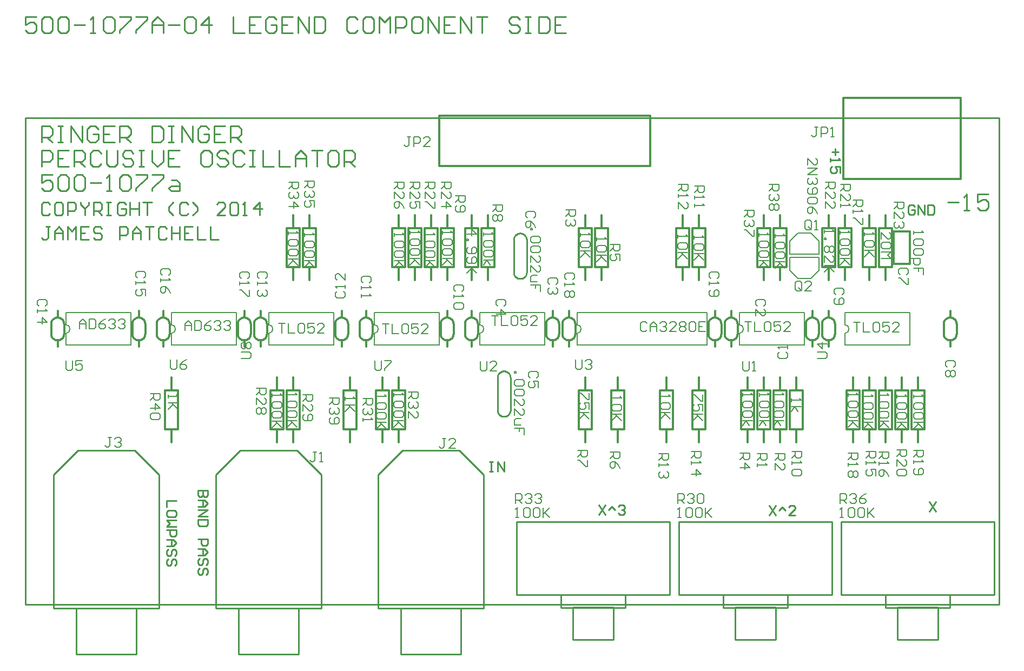
<source format=gto>
*%FSLAX23Y23*%
*%MOIN*%
G01*
%ADD11C,0.006*%
%ADD12C,0.007*%
%ADD13C,0.008*%
%ADD14C,0.010*%
%ADD15C,0.012*%
%ADD16C,0.032*%
%ADD17C,0.036*%
%ADD18C,0.050*%
%ADD19C,0.050*%
%ADD20C,0.052*%
%ADD21C,0.055*%
%ADD22C,0.056*%
%ADD23C,0.059*%
%ADD24C,0.060*%
%ADD25C,0.062*%
%ADD26C,0.066*%
%ADD27C,0.070*%
%ADD28C,0.080*%
%ADD29C,0.090*%
%ADD30C,0.095*%
%ADD31C,0.100*%
%ADD32C,0.104*%
%ADD33C,0.115*%
%ADD34C,0.120*%
%ADD35C,0.124*%
%ADD36C,0.125*%
%ADD37C,0.129*%
%ADD38C,0.150*%
%ADD39C,0.154*%
%ADD40R,0.062X0.062*%
%ADD41R,0.066X0.066*%
D11*
X7428Y7296D02*
X7448D01*
X7438D02*
X7428D01*
X7438D02*
Y7246D01*
X7428Y7236D01*
X7418D01*
X7408Y7246D01*
X7468Y7286D02*
X7478Y7296D01*
X7498D01*
X7508Y7286D01*
Y7276D01*
X7509D01*
X7508D02*
X7509D01*
X7508D02*
X7509D01*
X7508D02*
X7498Y7266D01*
X7488D01*
X7498D01*
X7508Y7256D01*
Y7246D01*
X7498Y7236D01*
X7478D01*
X7468Y7246D01*
X7043Y8106D02*
X7053Y8116D01*
Y8136D01*
X7043Y8146D01*
X7003D01*
X6993Y8136D01*
Y8116D01*
X7003Y8106D01*
X6993Y8086D02*
Y8066D01*
Y8076D01*
X7053D01*
X7054D01*
X7053D02*
X7043Y8086D01*
X7053Y8006D02*
X6993D01*
X7023Y8036D02*
X7053Y8006D01*
X7023Y7996D02*
Y8036D01*
X7253Y8006D02*
Y7966D01*
Y8006D02*
X7273Y8026D01*
X7293Y8006D01*
Y7966D01*
Y7996D01*
X7253D01*
X7313Y8026D02*
Y7966D01*
X7343D01*
X7353Y7976D01*
Y8016D01*
X7343Y8026D01*
X7313D01*
X7393Y8016D02*
X7413Y8026D01*
X7393Y8016D02*
X7373Y7996D01*
Y7976D01*
X7383Y7966D01*
X7403D01*
X7413Y7976D01*
Y7986D01*
X7403Y7996D01*
X7373D01*
X7433Y8016D02*
X7443Y8026D01*
X7463D01*
X7473Y8016D01*
Y8006D01*
X7474D01*
X7473D02*
X7474D01*
X7473D02*
X7474D01*
X7473D02*
X7463Y7996D01*
X7453D01*
X7463D01*
X7473Y7986D01*
Y7976D01*
X7463Y7966D01*
X7443D01*
X7433Y7976D01*
X7493Y8016D02*
X7503Y8026D01*
X7523D01*
X7533Y8016D01*
Y8006D01*
X7534D01*
X7533D02*
X7534D01*
X7533D02*
X7534D01*
X7533D02*
X7523Y7996D01*
X7513D01*
X7523D01*
X7533Y7986D01*
Y7976D01*
X7523Y7966D01*
X7503D01*
X7493Y7976D01*
X7168Y7771D02*
Y7721D01*
X7178Y7711D01*
X7198D01*
X7208Y7721D01*
Y7771D01*
X7228D02*
X7268D01*
X7228D02*
Y7741D01*
X7248Y7751D01*
X7258D01*
X7268Y7741D01*
Y7721D01*
X7258Y7711D01*
X7238D01*
X7228Y7721D01*
X8693Y7206D02*
X8713D01*
X8703D02*
X8693D01*
X8703D02*
Y7156D01*
X8693Y7146D01*
X8683D01*
X8673Y7156D01*
X8733Y7146D02*
X8753D01*
X8743D01*
Y7206D01*
X8744D01*
X8743D02*
X8733Y7196D01*
X8398Y8276D02*
X8408Y8286D01*
Y8306D01*
X8398Y8316D01*
X8358D01*
X8348Y8306D01*
Y8286D01*
X8358Y8276D01*
X8348Y8256D02*
Y8236D01*
Y8246D01*
X8408D01*
X8409D01*
X8408D02*
X8398Y8256D01*
Y8206D02*
X8408Y8196D01*
Y8176D01*
X8398Y8166D01*
X8388D01*
X8389D01*
X8388D02*
X8389D01*
X8388D02*
X8389D01*
X8388D02*
X8378Y8176D01*
Y8186D01*
Y8176D01*
X8368Y8166D01*
X8358D01*
X8348Y8176D01*
Y8196D01*
X8358Y8206D01*
X8828Y8186D02*
X8838Y8196D01*
X8828Y8186D02*
Y8166D01*
X8838Y8156D01*
X8878D01*
X8888Y8166D01*
Y8186D01*
X8878Y8196D01*
X8888Y8216D02*
Y8236D01*
Y8226D01*
X8828D01*
X8829D01*
X8828D02*
X8838Y8216D01*
X8888Y8266D02*
Y8306D01*
Y8266D02*
X8848Y8306D01*
X8838D01*
X8828Y8296D01*
Y8276D01*
X8838Y8266D01*
X9038Y8251D02*
X9048Y8261D01*
Y8281D01*
X9038Y8291D01*
X8998D01*
X8988Y8281D01*
Y8261D01*
X8998Y8251D01*
X8988Y8231D02*
Y8211D01*
Y8221D01*
X9048D01*
X9049D01*
X9048D02*
X9038Y8231D01*
X8988Y8181D02*
Y8161D01*
Y8171D01*
X9048D01*
X9049D01*
X9048D02*
X9038Y8181D01*
X7658Y8291D02*
X7648Y8281D01*
X7658Y8291D02*
Y8311D01*
X7648Y8321D01*
X7608D01*
X7598Y8311D01*
Y8291D01*
X7608Y8281D01*
X7598Y8261D02*
Y8241D01*
Y8251D01*
X7658D01*
X7659D01*
X7658D02*
X7648Y8261D01*
X7658Y8211D02*
Y8171D01*
Y8211D02*
X7628D01*
X7638Y8191D01*
Y8181D01*
X7628Y8171D01*
X7608D01*
X7598Y8181D01*
Y8201D01*
X7608Y8211D01*
X7803Y8296D02*
X7813Y8306D01*
Y8326D01*
X7803Y8336D01*
X7763D01*
X7753Y8326D01*
Y8306D01*
X7763Y8296D01*
X7753Y8276D02*
Y8256D01*
Y8266D01*
X7813D01*
X7814D01*
X7813D02*
X7803Y8276D01*
Y8206D02*
X7813Y8186D01*
X7803Y8206D02*
X7783Y8226D01*
X7763D01*
X7753Y8216D01*
Y8196D01*
X7763Y8186D01*
X7773D01*
X7783Y8196D01*
Y8226D01*
X8288Y8276D02*
X8298Y8286D01*
Y8306D01*
X8288Y8316D01*
X8248D01*
X8238Y8306D01*
Y8286D01*
X8248Y8276D01*
X8238Y8256D02*
Y8236D01*
Y8246D01*
X8298D01*
X8299D01*
X8298D02*
X8288Y8256D01*
X8298Y8206D02*
Y8166D01*
X8288D01*
X8248Y8206D01*
X8238D01*
X8533Y7571D02*
Y7551D01*
Y7561D01*
X8593D01*
X8594D01*
X8593D02*
X8583Y7571D01*
Y7521D02*
X8593Y7511D01*
Y7491D01*
X8583Y7481D01*
X8543D01*
X8533Y7491D01*
Y7511D01*
X8543Y7521D01*
X8583D01*
Y7461D02*
X8593Y7451D01*
Y7431D01*
X8583Y7421D01*
X8543D01*
X8533Y7431D01*
Y7451D01*
X8543Y7461D01*
X8583D01*
X8593Y7401D02*
X8533D01*
X8553D01*
X8593Y7361D01*
X8563Y7391D01*
X8533Y7361D01*
X8628Y7561D02*
X8688D01*
Y7531D01*
X8678Y7521D01*
X8658D01*
X8648Y7531D01*
Y7561D01*
Y7541D02*
X8628Y7521D01*
Y7501D02*
Y7461D01*
Y7501D02*
X8668Y7461D01*
X8678D01*
X8688Y7471D01*
Y7491D01*
X8678Y7501D01*
X8638Y7441D02*
X8628Y7431D01*
Y7411D01*
X8638Y7401D01*
X8678D01*
X8688Y7411D01*
Y7431D01*
X8678Y7441D01*
X8668D01*
X8658Y7431D01*
Y7401D01*
X8438Y7546D02*
Y7566D01*
Y7556D02*
Y7546D01*
Y7556D02*
X8498D01*
X8499D01*
X8498D02*
X8488Y7566D01*
Y7516D02*
X8498Y7506D01*
Y7486D01*
X8488Y7476D01*
X8448D01*
X8438Y7486D01*
Y7506D01*
X8448Y7516D01*
X8488D01*
Y7456D02*
X8498Y7446D01*
Y7426D01*
X8488Y7416D01*
X8448D01*
X8438Y7426D01*
Y7446D01*
X8448Y7456D01*
X8488D01*
X8498Y7396D02*
X8438D01*
X8458D01*
X8498Y7356D01*
X8468Y7386D01*
X8438Y7356D01*
X8403Y7601D02*
X8343D01*
X8403D02*
Y7571D01*
X8393Y7561D01*
X8373D01*
X8363Y7571D01*
Y7601D01*
Y7581D02*
X8343Y7561D01*
Y7541D02*
Y7501D01*
Y7541D02*
X8383Y7501D01*
X8393D01*
X8403Y7511D01*
Y7531D01*
X8393Y7541D01*
Y7481D02*
X8403Y7471D01*
Y7451D01*
X8393Y7441D01*
X8383D01*
X8373Y7451D01*
X8363Y7441D01*
X8353D01*
X8343Y7451D01*
Y7471D01*
X8353Y7481D01*
X8363D01*
X8373Y7471D01*
X8383Y7481D01*
X8393D01*
X8373Y7471D02*
Y7451D01*
X7903Y7956D02*
Y7996D01*
X7923Y8016D01*
X7943Y7996D01*
Y7956D01*
Y7986D01*
X7903D01*
X7963Y8016D02*
Y7956D01*
X7993D01*
X8003Y7966D01*
Y8006D01*
X7993Y8016D01*
X7963D01*
X8043Y8006D02*
X8063Y8016D01*
X8043Y8006D02*
X8023Y7986D01*
Y7966D01*
X8033Y7956D01*
X8053D01*
X8063Y7966D01*
Y7976D01*
X8053Y7986D01*
X8023D01*
X8083Y8006D02*
X8093Y8016D01*
X8113D01*
X8123Y8006D01*
Y7996D01*
X8124D01*
X8123D02*
X8124D01*
X8123D02*
X8124D01*
X8123D02*
X8113Y7986D01*
X8103D01*
X8113D01*
X8123Y7976D01*
Y7966D01*
X8113Y7956D01*
X8093D01*
X8083Y7966D01*
X8143Y8006D02*
X8153Y8016D01*
X8173D01*
X8183Y8006D01*
Y7996D01*
X8184D01*
X8183D02*
X8184D01*
X8183D02*
X8184D01*
X8183D02*
X8173Y7986D01*
X8163D01*
X8173D01*
X8183Y7976D01*
Y7966D01*
X8173Y7956D01*
X8153D01*
X8143Y7966D01*
X7813Y7776D02*
Y7726D01*
X7823Y7716D01*
X7843D01*
X7853Y7726D01*
Y7776D01*
X7893Y7766D02*
X7913Y7776D01*
X7893Y7766D02*
X7873Y7746D01*
Y7726D01*
X7883Y7716D01*
X7903D01*
X7913Y7726D01*
Y7736D01*
X7903Y7746D01*
X7873D01*
X8478Y8001D02*
X8518D01*
X8498D01*
Y7941D01*
X8538D02*
Y8001D01*
Y7941D02*
X8578D01*
X8598Y7991D02*
X8608Y8001D01*
X8628D01*
X8638Y7991D01*
Y7951D01*
X8628Y7941D01*
X8608D01*
X8598Y7951D01*
Y7991D01*
X8658Y8001D02*
X8698D01*
X8658D02*
Y7971D01*
X8678Y7981D01*
X8688D01*
X8698Y7971D01*
Y7951D01*
X8688Y7941D01*
X8668D01*
X8658Y7951D01*
X8718Y7941D02*
X8758D01*
X8718D02*
X8758Y7981D01*
Y7991D01*
X8748Y8001D01*
X8728D01*
X8718Y7991D01*
X8298Y7785D02*
X8248D01*
X8298D02*
X8308Y7795D01*
Y7815D01*
X8298Y7825D01*
X8248D01*
X8258Y7845D02*
X8248Y7855D01*
Y7875D01*
X8258Y7885D01*
X8268D01*
X8278Y7875D01*
X8288Y7885D01*
X8298D01*
X8308Y7875D01*
Y7855D01*
X8298Y7845D01*
X8288D01*
X8278Y7855D01*
X8268Y7845D01*
X8258D01*
X8278Y7855D02*
Y7875D01*
X8888Y7546D02*
Y7526D01*
Y7536D01*
X8948D01*
X8949D01*
X8948D02*
X8938Y7546D01*
X8948Y7496D02*
X8888D01*
X8908D01*
X8948Y7456D01*
X8918Y7486D01*
X8888Y7456D01*
X8853Y7541D02*
X8793D01*
X8853D02*
Y7511D01*
X8843Y7501D01*
X8823D01*
X8813Y7511D01*
Y7541D01*
Y7521D02*
X8793Y7501D01*
X8843Y7481D02*
X8853Y7471D01*
Y7451D01*
X8843Y7441D01*
X8833D01*
X8834D01*
X8833D02*
X8834D01*
X8833D02*
X8834D01*
X8833D02*
X8823Y7451D01*
Y7461D01*
Y7451D01*
X8813Y7441D01*
X8803D01*
X8793Y7451D01*
Y7471D01*
X8803Y7481D01*
Y7421D02*
X8793Y7411D01*
Y7391D01*
X8803Y7381D01*
X8843D01*
X8853Y7391D01*
Y7411D01*
X8843Y7421D01*
X8833D01*
X8823Y7411D01*
Y7381D01*
X7798Y7541D02*
Y7561D01*
Y7551D02*
Y7541D01*
Y7551D02*
X7858D01*
X7859D01*
X7858D02*
X7848Y7561D01*
X7858Y7511D02*
X7798D01*
X7818D01*
X7858Y7471D01*
X7828Y7501D01*
X7798Y7471D01*
X7748Y7566D02*
X7688D01*
X7748D02*
Y7536D01*
X7738Y7526D01*
X7718D01*
X7708Y7536D01*
Y7566D01*
Y7546D02*
X7688Y7526D01*
Y7476D02*
X7748D01*
X7718Y7506D01*
Y7466D01*
X7738Y7446D02*
X7748Y7436D01*
Y7416D01*
X7738Y7406D01*
X7698D01*
X7688Y7416D01*
Y7436D01*
X7698Y7446D01*
X7738D01*
X8638Y8536D02*
Y8556D01*
Y8546D02*
Y8536D01*
Y8546D02*
X8698D01*
X8699D01*
X8698D02*
X8688Y8556D01*
Y8506D02*
X8698Y8496D01*
Y8476D01*
X8688Y8466D01*
X8648D01*
X8638Y8476D01*
Y8496D01*
X8648Y8506D01*
X8688D01*
Y8446D02*
X8698Y8436D01*
Y8416D01*
X8688Y8406D01*
X8648D01*
X8638Y8416D01*
Y8436D01*
X8648Y8446D01*
X8688D01*
X8698Y8386D02*
X8638D01*
X8658D01*
X8698Y8346D01*
X8668Y8376D01*
X8638Y8346D01*
Y8876D02*
X8698D01*
Y8846D01*
X8688Y8836D01*
X8668D01*
X8658Y8846D01*
Y8876D01*
Y8856D02*
X8638Y8836D01*
X8688Y8816D02*
X8698Y8806D01*
Y8786D01*
X8688Y8776D01*
X8678D01*
X8679D01*
X8678D02*
X8679D01*
X8678D02*
X8679D01*
X8678D02*
X8668Y8786D01*
Y8796D01*
Y8786D01*
X8658Y8776D01*
X8648D01*
X8638Y8786D01*
Y8806D01*
X8648Y8816D01*
X8698Y8756D02*
Y8716D01*
Y8756D02*
X8668D01*
X8678Y8736D01*
Y8726D01*
X8668Y8716D01*
X8648D01*
X8638Y8726D01*
Y8746D01*
X8648Y8756D01*
X8538Y8566D02*
Y8546D01*
Y8556D01*
X8598D01*
X8599D01*
X8598D02*
X8588Y8566D01*
Y8516D02*
X8598Y8506D01*
Y8486D01*
X8588Y8476D01*
X8548D01*
X8538Y8486D01*
Y8506D01*
X8548Y8516D01*
X8588D01*
Y8456D02*
X8598Y8446D01*
Y8426D01*
X8588Y8416D01*
X8548D01*
X8538Y8426D01*
Y8446D01*
X8548Y8456D01*
X8588D01*
X8598Y8396D02*
X8538D01*
X8558D01*
X8598Y8356D01*
X8568Y8386D01*
X8538Y8356D01*
X8543Y8871D02*
X8603D01*
Y8841D01*
X8593Y8831D01*
X8573D01*
X8563Y8841D01*
Y8871D01*
Y8851D02*
X8543Y8831D01*
X8593Y8811D02*
X8603Y8801D01*
Y8781D01*
X8593Y8771D01*
X8583D01*
X8584D01*
X8583D02*
X8584D01*
X8583D02*
X8584D01*
X8583D02*
X8573Y8781D01*
Y8791D01*
Y8781D01*
X8563Y8771D01*
X8553D01*
X8543Y8781D01*
Y8801D01*
X8553Y8811D01*
X8543Y8721D02*
X8603D01*
X8573Y8751D01*
Y8711D01*
X9488Y7291D02*
X9508D01*
X9498D02*
X9488D01*
X9498D02*
Y7241D01*
X9488Y7231D01*
X9478D01*
X9468Y7241D01*
X9528Y7231D02*
X9568D01*
X9528D02*
X9568Y7271D01*
Y7281D01*
X9558Y7291D01*
X9538D01*
X9528Y7281D01*
X9941Y6804D02*
X9961D01*
X9951D01*
Y6864D01*
X9952D01*
X9951D02*
X9941Y6854D01*
X9991D02*
X10001Y6864D01*
X10021D01*
X10031Y6854D01*
Y6814D01*
X10021Y6804D01*
X10001D01*
X9991Y6814D01*
Y6854D01*
X10051D02*
X10061Y6864D01*
X10081D01*
X10091Y6854D01*
Y6814D01*
X10081Y6804D01*
X10061D01*
X10051Y6814D01*
Y6854D01*
X10111Y6864D02*
Y6804D01*
Y6824D01*
X10150Y6864D01*
X10121Y6834D01*
X10150Y6804D01*
X9941Y6890D02*
Y6950D01*
X9971D01*
X9981Y6940D01*
Y6920D01*
X9971Y6910D01*
X9941D01*
X9961D02*
X9981Y6890D01*
X10001Y6940D02*
X10011Y6950D01*
X10031D01*
X10041Y6940D01*
Y6930D01*
X10042D01*
X10041D02*
X10042D01*
X10041D02*
X10042D01*
X10041D02*
X10031Y6920D01*
X10021D01*
X10031D01*
X10041Y6910D01*
Y6900D01*
X10031Y6890D01*
X10011D01*
X10001Y6900D01*
X10061Y6940D02*
X10071Y6950D01*
X10091D01*
X10101Y6940D01*
Y6930D01*
X10102D01*
X10101D02*
X10102D01*
X10101D02*
X10102D01*
X10101D02*
X10091Y6920D01*
X10081D01*
X10091D01*
X10101Y6910D01*
Y6900D01*
X10091Y6890D01*
X10071D01*
X10061Y6900D01*
X9698Y8551D02*
X9638D01*
X9668Y8581D02*
X9698Y8551D01*
X9668Y8541D02*
Y8581D01*
X9648Y8521D02*
X9638D01*
X9648D02*
Y8511D01*
X9638D01*
Y8521D01*
X9648Y8471D02*
X9638Y8461D01*
Y8441D01*
X9648Y8431D01*
X9688D01*
X9698Y8441D01*
Y8461D01*
X9688Y8471D01*
X9678D01*
X9668Y8461D01*
Y8431D01*
X9648Y8411D02*
X9638Y8401D01*
Y8381D01*
X9648Y8371D01*
X9688D01*
X9698Y8381D01*
Y8401D01*
X9688Y8411D01*
X9678D01*
X9668Y8401D01*
Y8371D01*
X9698Y8351D02*
X9638D01*
X9658D01*
X9698Y8311D01*
X9668Y8341D01*
X9638Y8311D01*
X9628Y8786D02*
X9568D01*
X9628D02*
Y8756D01*
X9618Y8746D01*
X9598D01*
X9588Y8756D01*
Y8786D01*
Y8766D02*
X9568Y8746D01*
X9578Y8726D02*
X9568Y8716D01*
Y8696D01*
X9578Y8686D01*
X9618D01*
X9628Y8696D01*
Y8716D01*
X9618Y8726D01*
X9608D01*
X9598Y8716D01*
Y8686D01*
X10293Y8271D02*
X10303Y8281D01*
Y8301D01*
X10293Y8311D01*
X10253D01*
X10243Y8301D01*
Y8281D01*
X10253Y8271D01*
X10243Y8251D02*
Y8231D01*
Y8241D01*
X10303D01*
X10304D01*
X10303D02*
X10293Y8251D01*
Y8201D02*
X10303Y8191D01*
Y8171D01*
X10293Y8161D01*
X10283D01*
X10273Y8171D01*
X10263Y8161D01*
X10253D01*
X10243Y8171D01*
Y8191D01*
X10253Y8201D01*
X10263D01*
X10273Y8191D01*
X10283Y8201D01*
X10293D01*
X10273Y8191D02*
Y8171D01*
X9880Y8117D02*
X9870Y8107D01*
X9880Y8117D02*
Y8137D01*
X9870Y8147D01*
X9830D01*
X9820Y8137D01*
Y8117D01*
X9830Y8107D01*
X9820Y8057D02*
X9880D01*
X9850Y8087D01*
Y8047D01*
X10188Y8241D02*
X10198Y8251D01*
Y8271D01*
X10188Y8281D01*
X10148D01*
X10138Y8271D01*
Y8251D01*
X10148Y8241D01*
X10188Y8221D02*
X10198Y8211D01*
Y8191D01*
X10188Y8181D01*
X10178D01*
X10179D01*
X10178D02*
X10179D01*
X10178D02*
X10179D01*
X10178D02*
X10168Y8191D01*
Y8201D01*
Y8191D01*
X10158Y8181D01*
X10148D01*
X10138Y8191D01*
Y8211D01*
X10148Y8221D01*
X9618Y8206D02*
X9608Y8196D01*
X9618Y8206D02*
Y8226D01*
X9608Y8236D01*
X9568D01*
X9558Y8226D01*
Y8206D01*
X9568Y8196D01*
X9558Y8176D02*
Y8156D01*
Y8166D01*
X9618D01*
X9619D01*
X9618D02*
X9608Y8176D01*
Y8126D02*
X9618Y8116D01*
Y8096D01*
X9608Y8086D01*
X9568D01*
X9558Y8096D01*
Y8116D01*
X9568Y8126D01*
X9608D01*
X9188Y7571D02*
Y7551D01*
Y7561D01*
X9248D01*
X9249D01*
X9248D02*
X9238Y7571D01*
Y7521D02*
X9248Y7511D01*
Y7491D01*
X9238Y7481D01*
X9198D01*
X9188Y7491D01*
Y7511D01*
X9198Y7521D01*
X9238D01*
Y7461D02*
X9248Y7451D01*
Y7431D01*
X9238Y7421D01*
X9198D01*
X9188Y7431D01*
Y7451D01*
X9198Y7461D01*
X9238D01*
X9248Y7401D02*
X9188D01*
X9208D01*
X9248Y7361D01*
X9218Y7391D01*
X9188Y7361D01*
X9278Y7576D02*
X9338D01*
Y7546D01*
X9328Y7536D01*
X9308D01*
X9298Y7546D01*
Y7576D01*
Y7556D02*
X9278Y7536D01*
X9328Y7516D02*
X9338Y7506D01*
Y7486D01*
X9328Y7476D01*
X9318D01*
X9319D01*
X9318D02*
X9319D01*
X9318D02*
X9319D01*
X9318D02*
X9308Y7486D01*
Y7496D01*
Y7486D01*
X9298Y7476D01*
X9288D01*
X9278Y7486D01*
Y7506D01*
X9288Y7516D01*
X9278Y7456D02*
Y7416D01*
Y7456D02*
X9318Y7416D01*
X9328D01*
X9338Y7426D01*
Y7446D01*
X9328Y7456D01*
X9083Y7541D02*
Y7561D01*
Y7551D02*
Y7541D01*
Y7551D02*
X9143D01*
X9144D01*
X9143D02*
X9133Y7561D01*
Y7511D02*
X9143Y7501D01*
Y7481D01*
X9133Y7471D01*
X9093D01*
X9083Y7481D01*
Y7501D01*
X9093Y7511D01*
X9133D01*
Y7451D02*
X9143Y7441D01*
Y7421D01*
X9133Y7411D01*
X9093D01*
X9083Y7421D01*
Y7441D01*
X9093Y7451D01*
X9133D01*
X9143Y7391D02*
X9083D01*
X9103D01*
X9143Y7351D01*
X9113Y7381D01*
X9083Y7351D01*
X9058Y7536D02*
X8998D01*
X9058D02*
Y7506D01*
X9048Y7496D01*
X9028D01*
X9018Y7506D01*
Y7536D01*
Y7516D02*
X8998Y7496D01*
X9048Y7476D02*
X9058Y7466D01*
Y7446D01*
X9048Y7436D01*
X9038D01*
X9039D01*
X9038D02*
X9039D01*
X9038D02*
X9039D01*
X9038D02*
X9028Y7446D01*
Y7456D01*
Y7446D01*
X9018Y7436D01*
X9008D01*
X8998Y7446D01*
Y7466D01*
X9008Y7476D01*
X8998Y7416D02*
Y7396D01*
Y7406D01*
X9058D01*
X9059D01*
X9058D02*
X9048Y7416D01*
X10033Y8586D02*
X10043D01*
Y8576D01*
X10033D01*
Y8586D01*
X10083Y8536D02*
X10093Y8526D01*
Y8506D01*
X10083Y8496D01*
X10043D01*
X10033Y8506D01*
Y8526D01*
X10043Y8536D01*
X10083D01*
Y8476D02*
X10093Y8466D01*
Y8446D01*
X10083Y8436D01*
X10043D01*
X10033Y8446D01*
Y8466D01*
X10043Y8476D01*
X10083D01*
X10033Y8416D02*
Y8376D01*
Y8416D02*
X10073Y8376D01*
X10083D01*
X10093Y8386D01*
Y8406D01*
X10083Y8416D01*
X10033Y8356D02*
Y8316D01*
Y8356D02*
X10073Y8316D01*
X10083D01*
X10093Y8326D01*
Y8346D01*
X10083Y8356D01*
X10073Y8296D02*
X10043D01*
X10033Y8286D01*
Y8256D01*
X10073D01*
X10093Y8236D02*
Y8196D01*
Y8236D02*
X10063D01*
Y8216D01*
Y8236D01*
X10033D01*
X10053Y8651D02*
X10063Y8661D01*
Y8681D01*
X10053Y8691D01*
X10013D01*
X10003Y8681D01*
Y8661D01*
X10013Y8651D01*
X10053Y8611D02*
X10063Y8591D01*
X10053Y8611D02*
X10033Y8631D01*
X10013D01*
X10003Y8621D01*
Y8601D01*
X10013Y8591D01*
X10023D01*
X10033Y8601D01*
Y8631D01*
X9943Y7704D02*
X9933D01*
X9943D02*
Y7694D01*
X9933D01*
Y7704D01*
X9983Y7654D02*
X9993Y7644D01*
Y7624D01*
X9983Y7614D01*
X9943D01*
X9933Y7624D01*
Y7644D01*
X9943Y7654D01*
X9983D01*
Y7594D02*
X9993Y7584D01*
Y7564D01*
X9983Y7554D01*
X9943D01*
X9933Y7564D01*
Y7584D01*
X9943Y7594D01*
X9983D01*
X9933Y7535D02*
Y7495D01*
Y7535D02*
X9973Y7495D01*
X9983D01*
X9993Y7505D01*
Y7525D01*
X9983Y7535D01*
X9933Y7475D02*
Y7435D01*
Y7475D02*
X9973Y7435D01*
X9983D01*
X9993Y7445D01*
Y7465D01*
X9983Y7475D01*
X9973Y7415D02*
X9943D01*
X9933Y7405D01*
Y7375D01*
X9973D01*
X9993Y7355D02*
Y7315D01*
Y7355D02*
X9963D01*
Y7335D01*
Y7355D01*
X9933D01*
X10069Y7664D02*
X10079Y7674D01*
Y7694D01*
X10069Y7704D01*
X10029D01*
X10019Y7694D01*
Y7674D01*
X10029Y7664D01*
X10079Y7644D02*
Y7604D01*
Y7644D02*
X10049D01*
X10059Y7624D01*
Y7614D01*
X10049Y7604D01*
X10029D01*
X10019Y7614D01*
Y7634D01*
X10029Y7644D01*
X10533Y7551D02*
Y7531D01*
Y7541D01*
X10593D01*
X10594D01*
X10593D02*
X10583Y7551D01*
Y7501D02*
X10593Y7491D01*
Y7471D01*
X10583Y7461D01*
X10543D01*
X10533Y7471D01*
Y7491D01*
X10543Y7501D01*
X10583D01*
X10593Y7441D02*
X10533D01*
X10553D01*
X10593Y7401D01*
X10563Y7431D01*
X10533Y7401D01*
X10523Y7206D02*
X10583D01*
Y7176D01*
X10573Y7166D01*
X10553D01*
X10543Y7176D01*
Y7206D01*
Y7186D02*
X10523Y7166D01*
X10573Y7126D02*
X10583Y7106D01*
X10573Y7126D02*
X10553Y7146D01*
X10533D01*
X10523Y7136D01*
Y7116D01*
X10533Y7106D01*
X10543D01*
X10553Y7116D01*
Y7146D01*
X10393Y7531D02*
Y7571D01*
Y7531D02*
X10383D01*
X10343Y7571D01*
X10333D01*
X10393Y7511D02*
Y7471D01*
Y7511D02*
X10363D01*
X10373Y7491D01*
Y7481D01*
X10363Y7471D01*
X10343D01*
X10333Y7481D01*
Y7501D01*
X10343Y7511D01*
X10333Y7451D02*
X10393D01*
X10353D02*
X10333D01*
X10353D02*
X10393Y7411D01*
X10363Y7441D01*
X10333Y7411D01*
X10323Y7216D02*
X10383D01*
Y7186D01*
X10373Y7176D01*
X10353D01*
X10343Y7186D01*
Y7216D01*
Y7196D02*
X10323Y7176D01*
X10383Y7156D02*
Y7116D01*
X10373D01*
X10333Y7156D01*
X10323D01*
X9158Y7996D02*
X9118D01*
X9138D02*
X9158D01*
X9138D02*
Y7936D01*
X9178D02*
Y7996D01*
Y7936D02*
X9218D01*
X9238Y7986D02*
X9248Y7996D01*
X9268D01*
X9278Y7986D01*
Y7946D01*
X9268Y7936D01*
X9248D01*
X9238Y7946D01*
Y7986D01*
X9298Y7996D02*
X9338D01*
X9298D02*
Y7966D01*
X9318Y7976D01*
X9328D01*
X9338Y7966D01*
Y7946D01*
X9328Y7936D01*
X9308D01*
X9298Y7946D01*
X9358Y7936D02*
X9398D01*
X9358D02*
X9398Y7976D01*
Y7986D01*
X9388Y7996D01*
X9368D01*
X9358Y7986D01*
X9073Y7771D02*
Y7721D01*
X9083Y7711D01*
X9103D01*
X9113Y7721D01*
Y7771D01*
X9133D02*
X9173D01*
Y7761D01*
X9133Y7721D01*
Y7711D01*
X9793Y8046D02*
X9833D01*
X9813D01*
Y7986D01*
X9853D02*
Y8046D01*
Y7986D02*
X9893D01*
X9913Y8036D02*
X9923Y8046D01*
X9943D01*
X9953Y8036D01*
Y7996D01*
X9943Y7986D01*
X9923D01*
X9913Y7996D01*
Y8036D01*
X9973Y8046D02*
X10013D01*
X9973D02*
Y8016D01*
X9993Y8026D01*
X10003D01*
X10013Y8016D01*
Y7996D01*
X10003Y7986D01*
X9983D01*
X9973Y7996D01*
X10033Y7986D02*
X10073D01*
X10033D02*
X10073Y8026D01*
Y8036D01*
X10063Y8046D01*
X10043D01*
X10033Y8036D01*
X9723Y7766D02*
Y7716D01*
X9733Y7706D01*
X9753D01*
X9763Y7716D01*
Y7766D01*
X9783Y7706D02*
X9823D01*
X9783D02*
X9823Y7746D01*
Y7756D01*
X9813Y7766D01*
X9793D01*
X9783Y7756D01*
X10738Y8011D02*
X10748Y8001D01*
X10738Y8011D02*
X10718D01*
X10708Y8001D01*
Y7961D01*
X10718Y7951D01*
X10738D01*
X10748Y7961D01*
X10768Y7951D02*
Y7991D01*
X10788Y8011D01*
X10808Y7991D01*
Y7951D01*
Y7981D01*
X10768D01*
X10828Y8001D02*
X10838Y8011D01*
X10858D01*
X10868Y8001D01*
Y7991D01*
X10869D01*
X10868D02*
X10869D01*
X10868D02*
X10869D01*
X10868D02*
X10858Y7981D01*
X10848D01*
X10858D01*
X10868Y7971D01*
Y7961D01*
X10858Y7951D01*
X10838D01*
X10828Y7961D01*
X10888Y7951D02*
X10928D01*
X10888D02*
X10928Y7991D01*
Y8001D01*
X10918Y8011D01*
X10898D01*
X10888Y8001D01*
X10948D02*
X10958Y8011D01*
X10978D01*
X10988Y8001D01*
Y7991D01*
X10978Y7981D01*
X10988Y7971D01*
Y7961D01*
X10978Y7951D01*
X10958D01*
X10948Y7961D01*
Y7971D01*
X10958Y7981D01*
X10948Y7991D01*
Y8001D01*
X10958Y7981D02*
X10978D01*
X11008Y8001D02*
X11018Y8011D01*
X11038D01*
X11048Y8001D01*
Y7961D01*
X11038Y7951D01*
X11018D01*
X11008Y7961D01*
Y8001D01*
X11068Y8011D02*
X11108D01*
X11068D02*
Y7951D01*
X11108D01*
X11088Y7981D02*
X11068D01*
X10308Y7776D02*
Y7726D01*
X10318Y7716D01*
X10338D01*
X10348Y7726D01*
Y7776D01*
X10368Y7766D02*
X10378Y7776D01*
X10398D01*
X10408Y7766D01*
Y7756D01*
X10409D01*
X10408D02*
X10409D01*
X10408D02*
X10409D01*
X10408D02*
X10398Y7746D01*
X10388D01*
X10398D01*
X10408Y7736D01*
Y7726D01*
X10398Y7716D01*
X10378D01*
X10368Y7726D01*
X9743Y8541D02*
Y8561D01*
Y8551D02*
Y8541D01*
Y8551D02*
X9803D01*
X9804D01*
X9803D02*
X9793Y8561D01*
Y8511D02*
X9803Y8501D01*
Y8481D01*
X9793Y8471D01*
X9753D01*
X9743Y8481D01*
Y8501D01*
X9753Y8511D01*
X9793D01*
Y8451D02*
X9803Y8441D01*
Y8421D01*
X9793Y8411D01*
X9753D01*
X9743Y8421D01*
Y8441D01*
X9753Y8451D01*
X9793D01*
X9803Y8391D02*
X9743D01*
X9763D02*
X9783Y8361D01*
X9763Y8391D02*
X9743Y8361D01*
X9798Y8731D02*
X9858D01*
Y8701D01*
X9848Y8691D01*
X9828D01*
X9818Y8701D01*
Y8731D01*
Y8711D02*
X9798Y8691D01*
X9848Y8671D02*
X9858Y8661D01*
Y8641D01*
X9848Y8631D01*
X9838D01*
X9828Y8641D01*
X9818Y8631D01*
X9808D01*
X9798Y8641D01*
Y8661D01*
X9808Y8671D01*
X9818D01*
X9828Y8661D01*
X9838Y8671D01*
X9848D01*
X9828Y8661D02*
Y8641D01*
X9488Y8571D02*
Y8551D01*
Y8561D01*
X9548D01*
X9549D01*
X9548D02*
X9538Y8571D01*
Y8521D02*
X9548Y8511D01*
Y8491D01*
X9538Y8481D01*
X9498D01*
X9488Y8491D01*
Y8511D01*
X9498Y8521D01*
X9538D01*
Y8461D02*
X9548Y8451D01*
Y8431D01*
X9538Y8421D01*
X9498D01*
X9488Y8431D01*
Y8451D01*
X9498Y8461D01*
X9538D01*
X9548Y8401D02*
X9488D01*
X9508D01*
X9548Y8361D01*
X9518Y8391D01*
X9488Y8361D01*
X9483Y8871D02*
X9543D01*
Y8841D01*
X9533Y8831D01*
X9513D01*
X9503Y8841D01*
Y8871D01*
Y8851D02*
X9483Y8831D01*
Y8811D02*
Y8771D01*
Y8811D02*
X9523Y8771D01*
X9533D01*
X9543Y8781D01*
Y8801D01*
X9533Y8811D01*
X9543Y8721D02*
X9483D01*
X9513Y8751D02*
X9543Y8721D01*
X9513Y8711D02*
Y8751D01*
X9383Y8556D02*
Y8536D01*
Y8546D01*
X9443D01*
X9444D01*
X9443D02*
X9433Y8556D01*
Y8506D02*
X9443Y8496D01*
Y8476D01*
X9433Y8466D01*
X9393D01*
X9383Y8476D01*
Y8496D01*
X9393Y8506D01*
X9433D01*
Y8446D02*
X9443Y8436D01*
Y8416D01*
X9433Y8406D01*
X9393D01*
X9383Y8416D01*
Y8436D01*
X9393Y8446D01*
X9433D01*
X9443Y8386D02*
X9383D01*
X9403D01*
X9443Y8346D01*
X9413Y8376D01*
X9383Y8346D01*
Y8871D02*
X9443D01*
Y8841D01*
X9433Y8831D01*
X9413D01*
X9403Y8841D01*
Y8871D01*
Y8851D02*
X9383Y8831D01*
Y8811D02*
Y8771D01*
Y8811D02*
X9423Y8771D01*
X9433D01*
X9443Y8781D01*
Y8801D01*
X9433Y8811D01*
X9443Y8751D02*
Y8711D01*
X9433D01*
X9393Y8751D01*
X9383D01*
X9288Y8571D02*
Y8551D01*
Y8561D01*
X9348D01*
X9349D01*
X9348D02*
X9338Y8571D01*
Y8521D02*
X9348Y8511D01*
Y8491D01*
X9338Y8481D01*
X9298D01*
X9288Y8491D01*
Y8511D01*
X9298Y8521D01*
X9338D01*
Y8461D02*
X9348Y8451D01*
Y8431D01*
X9338Y8421D01*
X9298D01*
X9288Y8431D01*
Y8451D01*
X9298Y8461D01*
X9338D01*
X9348Y8401D02*
X9288D01*
X9308D01*
X9348Y8361D01*
X9318Y8391D01*
X9288Y8361D01*
Y8871D02*
X9348D01*
Y8841D01*
X9338Y8831D01*
X9318D01*
X9308Y8841D01*
Y8871D01*
Y8851D02*
X9288Y8831D01*
Y8811D02*
Y8771D01*
Y8811D02*
X9328Y8771D01*
X9338D01*
X9348Y8781D01*
Y8801D01*
X9338Y8811D01*
X9348Y8751D02*
Y8711D01*
Y8751D02*
X9318D01*
X9328Y8731D01*
Y8721D01*
X9318Y8711D01*
X9298D01*
X9288Y8721D01*
Y8741D01*
X9298Y8751D01*
X9193Y8556D02*
Y8536D01*
Y8546D01*
X9253D01*
X9254D01*
X9253D02*
X9243Y8556D01*
Y8506D02*
X9253Y8496D01*
Y8476D01*
X9243Y8466D01*
X9203D01*
X9193Y8476D01*
Y8496D01*
X9203Y8506D01*
X9243D01*
Y8446D02*
X9253Y8436D01*
Y8416D01*
X9243Y8406D01*
X9203D01*
X9193Y8416D01*
Y8436D01*
X9203Y8446D01*
X9243D01*
X9253Y8386D02*
X9193D01*
X9213D01*
X9253Y8346D01*
X9223Y8376D01*
X9193Y8346D01*
Y8871D02*
X9253D01*
Y8841D01*
X9243Y8831D01*
X9223D01*
X9213Y8841D01*
Y8871D01*
Y8851D02*
X9193Y8831D01*
Y8811D02*
Y8771D01*
Y8811D02*
X9233Y8771D01*
X9243D01*
X9253Y8781D01*
Y8801D01*
X9243Y8811D01*
Y8731D02*
X9253Y8711D01*
X9243Y8731D02*
X9223Y8751D01*
X9203D01*
X9193Y8741D01*
Y8721D01*
X9203Y8711D01*
X9213D01*
X9223Y8721D01*
Y8751D01*
X10438Y8531D02*
Y8511D01*
Y8521D01*
X10498D01*
X10499D01*
X10498D02*
X10488Y8531D01*
Y8481D02*
X10498Y8471D01*
Y8451D01*
X10488Y8441D01*
X10448D01*
X10438Y8451D01*
Y8471D01*
X10448Y8481D01*
X10488D01*
X10498Y8421D02*
X10438D01*
X10458D01*
X10498Y8381D01*
X10468Y8411D01*
X10438Y8381D01*
X10523Y8486D02*
X10583D01*
Y8456D01*
X10573Y8446D01*
X10553D01*
X10543Y8456D01*
Y8486D01*
Y8466D02*
X10523Y8446D01*
X10583Y8426D02*
Y8386D01*
Y8426D02*
X10553D01*
X10563Y8406D01*
Y8396D01*
X10553Y8386D01*
X10533D01*
X10523Y8396D01*
Y8416D01*
X10533Y8426D01*
X10338Y8536D02*
Y8556D01*
Y8546D02*
Y8536D01*
Y8546D02*
X10398D01*
X10399D01*
X10398D02*
X10388Y8556D01*
Y8506D02*
X10398Y8496D01*
Y8476D01*
X10388Y8466D01*
X10348D01*
X10338Y8476D01*
Y8496D01*
X10348Y8506D01*
X10388D01*
X10398Y8446D02*
X10338D01*
X10358D01*
X10398Y8406D01*
X10368Y8436D01*
X10338Y8406D01*
X10308Y8701D02*
X10248D01*
X10308D02*
Y8671D01*
X10298Y8661D01*
X10278D01*
X10268Y8671D01*
Y8701D01*
Y8681D02*
X10248Y8661D01*
X10298Y8641D02*
X10308Y8631D01*
Y8611D01*
X10298Y8601D01*
X10288D01*
X10289D01*
X10288D02*
X10289D01*
X10288D02*
X10289D01*
X10288D02*
X10278Y8611D01*
Y8621D01*
Y8611D01*
X10268Y8601D01*
X10258D01*
X10248Y8611D01*
Y8631D01*
X10258Y8641D01*
X9293Y9151D02*
X9273D01*
X9283D01*
Y9101D01*
X9273Y9091D01*
X9263D01*
X9253Y9101D01*
X9313Y9091D02*
Y9151D01*
X9343D01*
X9353Y9141D01*
Y9121D01*
X9343Y9111D01*
X9313D01*
X9373Y9091D02*
X9413D01*
X9373D02*
X9413Y9131D01*
Y9141D01*
X9403Y9151D01*
X9383D01*
X9373Y9141D01*
X10941Y6804D02*
X10961D01*
X10951D01*
Y6864D01*
X10952D01*
X10951D02*
X10941Y6854D01*
X10991D02*
X11001Y6864D01*
X11021D01*
X11031Y6854D01*
Y6814D01*
X11021Y6804D01*
X11001D01*
X10991Y6814D01*
Y6854D01*
X11051D02*
X11061Y6864D01*
X11081D01*
X11091Y6854D01*
Y6814D01*
X11081Y6804D01*
X11061D01*
X11051Y6814D01*
Y6854D01*
X11111Y6864D02*
Y6804D01*
Y6824D01*
X11150Y6864D01*
X11121Y6834D01*
X11150Y6804D01*
X10941Y6890D02*
Y6950D01*
X10971D01*
X10981Y6940D01*
Y6920D01*
X10971Y6910D01*
X10941D01*
X10961D02*
X10981Y6890D01*
X11001Y6940D02*
X11011Y6950D01*
X11031D01*
X11041Y6940D01*
Y6930D01*
X11042D01*
X11041D02*
X11042D01*
X11041D02*
X11042D01*
X11041D02*
X11031Y6920D01*
X11021D01*
X11031D01*
X11041Y6910D01*
Y6900D01*
X11031Y6890D01*
X11011D01*
X11001Y6900D01*
X11061Y6940D02*
X11071Y6950D01*
X11091D01*
X11101Y6940D01*
Y6900D01*
X11091Y6890D01*
X11071D01*
X11061Y6900D01*
Y6940D01*
X11938Y8551D02*
Y8571D01*
Y8561D02*
Y8551D01*
Y8561D02*
X11998D01*
X11999D01*
X11998D02*
X11988Y8571D01*
Y8521D02*
X11998Y8511D01*
Y8491D01*
X11988Y8481D01*
X11948D01*
X11938Y8491D01*
Y8511D01*
X11948Y8521D01*
X11988D01*
Y8461D02*
X11998Y8451D01*
Y8431D01*
X11988Y8421D01*
X11948D01*
X11938Y8431D01*
Y8451D01*
X11948Y8461D01*
X11988D01*
X11998Y8401D02*
X11938D01*
X11958D01*
X11998Y8361D01*
X11968Y8391D01*
X11938Y8361D01*
X11943Y8856D02*
X12003D01*
Y8826D01*
X11993Y8816D01*
X11973D01*
X11963Y8826D01*
Y8856D01*
Y8836D02*
X11943Y8816D01*
Y8796D02*
Y8756D01*
Y8796D02*
X11983Y8756D01*
X11993D01*
X12003Y8766D01*
Y8786D01*
X11993Y8796D01*
X11943Y8736D02*
Y8716D01*
Y8726D01*
X12003D01*
X12004D01*
X12003D02*
X11993Y8736D01*
X11988Y7571D02*
Y7551D01*
Y7561D01*
X12048D01*
X12049D01*
X12048D02*
X12038Y7571D01*
Y7521D02*
X12048Y7511D01*
Y7491D01*
X12038Y7481D01*
X11998D01*
X11988Y7491D01*
Y7511D01*
X11998Y7521D01*
X12038D01*
Y7461D02*
X12048Y7451D01*
Y7431D01*
X12038Y7421D01*
X11998D01*
X11988Y7431D01*
Y7451D01*
X11998Y7461D01*
X12038D01*
X12048Y7401D02*
X11988D01*
X12008D01*
X12048Y7361D01*
X12018Y7391D01*
X11988Y7361D01*
Y7201D02*
X12048D01*
Y7171D01*
X12038Y7161D01*
X12018D01*
X12008Y7171D01*
Y7201D01*
Y7181D02*
X11988Y7161D01*
Y7141D02*
Y7121D01*
Y7131D01*
X12048D01*
X12049D01*
X12048D02*
X12038Y7141D01*
Y7091D02*
X12048Y7081D01*
Y7061D01*
X12038Y7051D01*
X12028D01*
X12018Y7061D01*
X12008Y7051D01*
X11998D01*
X11988Y7061D01*
Y7081D01*
X11998Y7091D01*
X12008D01*
X12018Y7081D01*
X12028Y7091D01*
X12038D01*
X12018Y7081D02*
Y7061D01*
X11738Y8976D02*
Y9016D01*
X11778Y8976D01*
X11788D01*
X11798Y8986D01*
Y9006D01*
X11788Y9016D01*
X11798Y8956D02*
X11738D01*
Y8916D02*
X11798Y8956D01*
Y8916D02*
X11738D01*
X11788Y8896D02*
X11798Y8886D01*
Y8866D01*
X11788Y8856D01*
X11778D01*
X11779D01*
X11778D02*
X11779D01*
X11778D02*
X11779D01*
X11778D02*
X11768Y8866D01*
Y8876D01*
Y8866D01*
X11758Y8856D01*
X11748D01*
X11738Y8866D01*
Y8886D01*
X11748Y8896D01*
Y8836D02*
X11738Y8826D01*
Y8806D01*
X11748Y8796D01*
X11788D01*
X11798Y8806D01*
Y8826D01*
X11788Y8836D01*
X11778D01*
X11768Y8826D01*
Y8796D01*
X11788Y8776D02*
X11798Y8766D01*
Y8746D01*
X11788Y8736D01*
X11748D01*
X11738Y8746D01*
Y8766D01*
X11748Y8776D01*
X11788D01*
Y8696D02*
X11798Y8676D01*
X11788Y8696D02*
X11768Y8716D01*
X11748D01*
X11738Y8706D01*
Y8686D01*
X11748Y8676D01*
X11758D01*
X11768Y8686D01*
Y8716D01*
X11703Y8251D02*
Y8211D01*
Y8251D02*
X11693Y8261D01*
X11673D01*
X11663Y8251D01*
Y8211D01*
X11673Y8201D01*
X11693D01*
X11703D02*
X11683Y8221D01*
X11693Y8201D02*
X11703Y8211D01*
X11723Y8201D02*
X11763D01*
X11723D02*
X11763Y8241D01*
Y8251D01*
X11753Y8261D01*
X11733D01*
X11723Y8251D01*
X11193Y8286D02*
X11183Y8276D01*
X11193Y8286D02*
Y8306D01*
X11183Y8316D01*
X11143D01*
X11133Y8306D01*
Y8286D01*
X11143Y8276D01*
X11133Y8256D02*
Y8236D01*
Y8246D01*
X11193D01*
X11194D01*
X11193D02*
X11183Y8256D01*
X11143Y8206D02*
X11133Y8196D01*
Y8176D01*
X11143Y8166D01*
X11183D01*
X11193Y8176D01*
Y8196D01*
X11183Y8206D01*
X11173D01*
X11163Y8196D01*
Y8166D01*
X11470Y8107D02*
X11480Y8117D01*
Y8137D01*
X11470Y8147D01*
X11430D01*
X11420Y8137D01*
Y8117D01*
X11430Y8107D01*
X11420Y8087D02*
Y8047D01*
Y8087D02*
X11460Y8047D01*
X11470D01*
X11480Y8057D01*
Y8077D01*
X11470Y8087D01*
X11566Y7825D02*
X11556Y7815D01*
Y7795D01*
X11566Y7785D01*
X11606D01*
X11616Y7795D01*
Y7815D01*
X11606Y7825D01*
X11616Y7845D02*
Y7865D01*
Y7855D01*
X11556D01*
X11557D01*
X11556D02*
X11566Y7845D01*
X11093Y7561D02*
Y7521D01*
X11083D01*
X11043Y7561D01*
X11033D01*
X11093Y7501D02*
Y7461D01*
Y7501D02*
X11063D01*
X11073Y7481D01*
Y7471D01*
X11063Y7461D01*
X11043D01*
X11033Y7471D01*
Y7491D01*
X11043Y7501D01*
X11033Y7441D02*
X11093D01*
X11053D02*
X11033D01*
X11053D02*
X11093Y7401D01*
X11063Y7431D01*
X11033Y7401D01*
X11023Y7211D02*
X11083D01*
Y7181D01*
X11073Y7171D01*
X11053D01*
X11043Y7181D01*
Y7211D01*
Y7191D02*
X11023Y7171D01*
Y7151D02*
Y7131D01*
Y7141D01*
X11083D01*
X11084D01*
X11083D02*
X11073Y7151D01*
X11083Y7071D02*
X11023D01*
X11053Y7101D02*
X11083Y7071D01*
X11053Y7061D02*
Y7101D01*
X10833Y7541D02*
Y7561D01*
Y7551D02*
Y7541D01*
Y7551D02*
X10893D01*
X10894D01*
X10893D02*
X10883Y7561D01*
Y7511D02*
X10893Y7501D01*
Y7481D01*
X10883Y7471D01*
X10843D01*
X10833Y7481D01*
Y7501D01*
X10843Y7511D01*
X10883D01*
X10893Y7451D02*
X10833D01*
X10853D01*
X10893Y7411D01*
X10863Y7441D01*
X10833Y7411D01*
X10823Y7196D02*
X10883D01*
Y7166D01*
X10873Y7156D01*
X10853D01*
X10843Y7166D01*
Y7196D01*
Y7176D02*
X10823Y7156D01*
Y7136D02*
Y7116D01*
Y7126D01*
X10883D01*
X10884D01*
X10883D02*
X10873Y7136D01*
Y7086D02*
X10883Y7076D01*
Y7056D01*
X10873Y7046D01*
X10863D01*
X10864D01*
X10863D02*
X10864D01*
X10863D02*
X10864D01*
X10863D02*
X10853Y7056D01*
Y7066D01*
Y7056D01*
X10843Y7046D01*
X10833D01*
X10823Y7056D01*
Y7076D01*
X10833Y7086D01*
X11638Y7516D02*
Y7536D01*
Y7526D02*
Y7516D01*
Y7526D02*
X11698D01*
X11699D01*
X11698D02*
X11688Y7536D01*
X11698Y7486D02*
X11638D01*
X11658D02*
X11678Y7456D01*
X11658Y7486D02*
X11638Y7456D01*
X11643Y7211D02*
X11703D01*
Y7181D01*
X11693Y7171D01*
X11673D01*
X11663Y7181D01*
Y7211D01*
Y7191D02*
X11643Y7171D01*
Y7151D02*
Y7131D01*
Y7141D01*
X11703D01*
X11704D01*
X11703D02*
X11693Y7151D01*
Y7101D02*
X11703Y7091D01*
Y7071D01*
X11693Y7061D01*
X11653D01*
X11643Y7071D01*
Y7091D01*
X11653Y7101D01*
X11693D01*
X11338Y7551D02*
Y7571D01*
Y7561D02*
Y7551D01*
Y7561D02*
X11398D01*
X11399D01*
X11398D02*
X11388Y7571D01*
Y7521D02*
X11398Y7511D01*
Y7491D01*
X11388Y7481D01*
X11348D01*
X11338Y7491D01*
Y7511D01*
X11348Y7521D01*
X11388D01*
Y7461D02*
X11398Y7451D01*
Y7431D01*
X11388Y7421D01*
X11348D01*
X11338Y7431D01*
Y7451D01*
X11348Y7461D01*
X11388D01*
X11398Y7401D02*
X11338D01*
X11358D02*
X11378Y7371D01*
X11358Y7401D02*
X11338Y7371D01*
X11323Y7201D02*
X11383D01*
Y7171D01*
X11373Y7161D01*
X11353D01*
X11343Y7171D01*
Y7201D01*
Y7181D02*
X11323Y7161D01*
Y7111D02*
X11383D01*
X11353Y7141D01*
Y7101D01*
X12088Y8541D02*
Y8561D01*
Y8551D02*
Y8541D01*
Y8551D02*
X12148D01*
X12149D01*
X12148D02*
X12138Y8561D01*
Y8511D02*
X12148Y8501D01*
Y8481D01*
X12138Y8471D01*
X12098D01*
X12088Y8481D01*
Y8501D01*
X12098Y8511D01*
X12138D01*
X12148Y8451D02*
X12088D01*
X12108D01*
X12148Y8411D01*
X12118Y8441D01*
X12088Y8411D01*
X12078Y8761D02*
X12018D01*
X12078D02*
Y8731D01*
X12068Y8721D01*
X12048D01*
X12038Y8731D01*
Y8761D01*
Y8741D02*
X12018Y8721D01*
Y8701D02*
Y8681D01*
Y8691D01*
X12078D01*
X12079D01*
X12078D02*
X12068Y8701D01*
X12078Y8651D02*
Y8611D01*
X12068D01*
X12028Y8651D01*
X12018D01*
X11393Y8011D02*
X11353D01*
X11373D02*
X11393D01*
X11373D02*
Y7951D01*
X11413D02*
Y8011D01*
Y7951D02*
X11453D01*
X11473Y8001D02*
X11483Y8011D01*
X11503D01*
X11513Y8001D01*
Y7961D01*
X11503Y7951D01*
X11483D01*
X11473Y7961D01*
Y8001D01*
X11533Y8011D02*
X11573D01*
X11533D02*
Y7981D01*
X11553Y7991D01*
X11563D01*
X11573Y7981D01*
Y7961D01*
X11563Y7951D01*
X11543D01*
X11533Y7961D01*
X11593Y7951D02*
X11633D01*
X11593D02*
X11633Y7991D01*
Y8001D01*
X11623Y8011D01*
X11603D01*
X11593Y8001D01*
X11338Y7766D02*
Y7716D01*
X11348Y7706D01*
X11368D01*
X11378Y7716D01*
Y7766D01*
X11398Y7706D02*
X11418D01*
X11408D01*
Y7766D01*
X11409D01*
X11408D02*
X11398Y7756D01*
X11953Y8176D02*
X11963Y8186D01*
Y8206D01*
X11953Y8216D01*
X11913D01*
X11903Y8206D01*
Y8186D01*
X11913Y8176D01*
Y8156D02*
X11903Y8146D01*
Y8126D01*
X11913Y8116D01*
X11953D01*
X11963Y8126D01*
Y8146D01*
X11953Y8156D01*
X11943D01*
X11933Y8146D01*
Y8116D01*
X12023Y8006D02*
X12063D01*
X12043D01*
Y7946D01*
X12083D02*
Y8006D01*
Y7946D02*
X12123D01*
X12143Y7996D02*
X12153Y8006D01*
X12173D01*
X12183Y7996D01*
Y7956D01*
X12173Y7946D01*
X12153D01*
X12143Y7956D01*
Y7996D01*
X12203Y8006D02*
X12243D01*
X12203D02*
Y7976D01*
X12223Y7986D01*
X12233D01*
X12243Y7976D01*
Y7956D01*
X12233Y7946D01*
X12213D01*
X12203Y7956D01*
X12263Y7946D02*
X12303D01*
X12263D02*
X12303Y7986D01*
Y7996D01*
X12293Y8006D01*
X12273D01*
X12263Y7996D01*
X11848Y7785D02*
X11798D01*
X11848D02*
X11858Y7795D01*
Y7815D01*
X11848Y7825D01*
X11798D01*
Y7875D02*
X11858D01*
X11828Y7845D02*
X11798Y7875D01*
X11828Y7885D02*
Y7845D01*
X12083Y7561D02*
Y7541D01*
Y7551D01*
X12143D01*
X12144D01*
X12143D02*
X12133Y7561D01*
Y7511D02*
X12143Y7501D01*
Y7481D01*
X12133Y7471D01*
X12093D01*
X12083Y7481D01*
Y7501D01*
X12093Y7511D01*
X12133D01*
Y7451D02*
X12143Y7441D01*
Y7421D01*
X12133Y7411D01*
X12093D01*
X12083Y7421D01*
Y7441D01*
X12093Y7451D01*
X12133D01*
X12143Y7391D02*
X12083D01*
X12103D01*
X12143Y7351D01*
X12113Y7381D01*
X12083Y7351D01*
X12098Y7211D02*
X12158D01*
Y7181D01*
X12148Y7171D01*
X12128D01*
X12118Y7181D01*
Y7211D01*
Y7191D02*
X12098Y7171D01*
Y7151D02*
Y7131D01*
Y7141D01*
X12158D01*
X12159D01*
X12158D02*
X12148Y7151D01*
X12158Y7101D02*
Y7061D01*
Y7101D02*
X12128D01*
X12138Y7081D01*
Y7071D01*
X12128Y7061D01*
X12108D01*
X12098Y7071D01*
Y7091D01*
X12108Y7101D01*
X11443Y7551D02*
Y7571D01*
Y7561D02*
Y7551D01*
Y7561D02*
X11503D01*
X11504D01*
X11503D02*
X11493Y7571D01*
Y7521D02*
X11503Y7511D01*
Y7491D01*
X11493Y7481D01*
X11453D01*
X11443Y7491D01*
Y7511D01*
X11453Y7521D01*
X11493D01*
Y7461D02*
X11503Y7451D01*
Y7431D01*
X11493Y7421D01*
X11453D01*
X11443Y7431D01*
Y7451D01*
X11453Y7461D01*
X11493D01*
X11503Y7401D02*
X11443D01*
X11463D02*
X11483Y7371D01*
X11463Y7401D02*
X11443Y7371D01*
X11428Y7196D02*
X11488D01*
Y7166D01*
X11478Y7156D01*
X11458D01*
X11448Y7166D01*
Y7196D01*
Y7176D02*
X11428Y7156D01*
Y7136D02*
Y7116D01*
Y7126D01*
X11488D01*
X11489D01*
X11488D02*
X11478Y7136D01*
X11533Y7551D02*
Y7571D01*
Y7561D02*
Y7551D01*
Y7561D02*
X11593D01*
X11594D01*
X11593D02*
X11583Y7571D01*
Y7521D02*
X11593Y7511D01*
Y7491D01*
X11583Y7481D01*
X11543D01*
X11533Y7491D01*
Y7511D01*
X11543Y7521D01*
X11583D01*
Y7461D02*
X11593Y7451D01*
Y7431D01*
X11583Y7421D01*
X11543D01*
X11533Y7431D01*
Y7451D01*
X11543Y7461D01*
X11583D01*
X11593Y7401D02*
X11533D01*
X11553D02*
X11573Y7371D01*
X11553Y7401D02*
X11533Y7371D01*
X11538Y7196D02*
X11598D01*
Y7166D01*
X11588Y7156D01*
X11568D01*
X11558Y7166D01*
Y7196D01*
Y7176D02*
X11538Y7156D01*
Y7136D02*
Y7096D01*
Y7136D02*
X11578Y7096D01*
X11588D01*
X11598Y7106D01*
Y7126D01*
X11588Y7136D01*
X11843Y8556D02*
Y8576D01*
Y8566D02*
Y8556D01*
Y8566D02*
X11903D01*
X11904D01*
X11903D02*
X11893Y8576D01*
X11853Y8526D02*
X11843D01*
X11853D02*
Y8516D01*
X11843D01*
Y8526D01*
X11893Y8476D02*
X11903Y8466D01*
Y8446D01*
X11893Y8436D01*
X11883D01*
X11873Y8446D01*
X11863Y8436D01*
X11853D01*
X11843Y8446D01*
Y8466D01*
X11853Y8476D01*
X11863D01*
X11873Y8466D01*
X11883Y8476D01*
X11893D01*
X11873Y8466D02*
Y8446D01*
X11843Y8416D02*
Y8376D01*
Y8416D02*
X11883Y8376D01*
X11893D01*
X11903Y8386D01*
Y8406D01*
X11893Y8416D01*
X11903Y8356D02*
X11843D01*
X11863D01*
X11903Y8316D01*
X11873Y8346D01*
X11843Y8316D01*
X11848Y8871D02*
X11908D01*
Y8841D01*
X11898Y8831D01*
X11878D01*
X11868Y8841D01*
Y8871D01*
Y8851D02*
X11848Y8831D01*
Y8811D02*
Y8771D01*
Y8811D02*
X11888Y8771D01*
X11898D01*
X11908Y8781D01*
Y8801D01*
X11898Y8811D01*
X11848Y8751D02*
Y8711D01*
Y8751D02*
X11888Y8711D01*
X11898D01*
X11908Y8721D01*
Y8741D01*
X11898Y8751D01*
X11738Y8976D02*
Y9016D01*
X11778Y8976D01*
X11788D01*
X11798Y8986D01*
Y9006D01*
X11788Y9016D01*
X11798Y8956D02*
X11738D01*
Y8916D02*
X11798Y8956D01*
Y8916D02*
X11738D01*
X11788Y8896D02*
X11798Y8886D01*
Y8866D01*
X11788Y8856D01*
X11778D01*
X11779D01*
X11778D02*
X11779D01*
X11778D02*
X11779D01*
X11778D02*
X11768Y8866D01*
Y8876D01*
Y8866D01*
X11758Y8856D01*
X11748D01*
X11738Y8866D01*
Y8886D01*
X11748Y8896D01*
Y8836D02*
X11738Y8826D01*
Y8806D01*
X11748Y8796D01*
X11788D01*
X11798Y8806D01*
Y8826D01*
X11788Y8836D01*
X11778D01*
X11768Y8826D01*
Y8796D01*
X11788Y8776D02*
X11798Y8766D01*
Y8746D01*
X11788Y8736D01*
X11748D01*
X11738Y8746D01*
Y8766D01*
X11748Y8776D01*
X11788D01*
Y8696D02*
X11798Y8676D01*
X11788Y8696D02*
X11768Y8716D01*
X11748D01*
X11738Y8706D01*
Y8686D01*
X11748Y8676D01*
X11758D01*
X11768Y8686D01*
Y8716D01*
X11763Y8626D02*
Y8586D01*
Y8626D02*
X11753Y8636D01*
X11733D01*
X11723Y8626D01*
Y8586D01*
X11733Y8576D01*
X11753D01*
X11763D02*
X11743Y8596D01*
X11753Y8576D02*
X11763Y8586D01*
X11783Y8576D02*
X11803D01*
X11793D01*
Y8636D01*
X11794D01*
X11793D02*
X11783Y8626D01*
X11538Y8551D02*
Y8531D01*
Y8541D01*
X11598D01*
X11599D01*
X11598D02*
X11588Y8551D01*
Y8501D02*
X11598Y8491D01*
Y8471D01*
X11588Y8461D01*
X11548D01*
X11538Y8471D01*
Y8491D01*
X11548Y8501D01*
X11588D01*
Y8441D02*
X11598Y8431D01*
Y8411D01*
X11588Y8401D01*
X11548D01*
X11538Y8411D01*
Y8431D01*
X11548Y8441D01*
X11588D01*
X11598Y8381D02*
X11538D01*
X11558D01*
X11598Y8341D01*
X11568Y8371D01*
X11538Y8341D01*
X11563Y8856D02*
X11503D01*
X11563D02*
Y8826D01*
X11553Y8816D01*
X11533D01*
X11523Y8826D01*
Y8856D01*
Y8836D02*
X11503Y8816D01*
X11553Y8796D02*
X11563Y8786D01*
Y8766D01*
X11553Y8756D01*
X11543D01*
X11544D01*
X11543D02*
X11544D01*
X11543D02*
X11544D01*
X11543D02*
X11533Y8766D01*
Y8776D01*
Y8766D01*
X11523Y8756D01*
X11513D01*
X11503Y8766D01*
Y8786D01*
X11513Y8796D01*
X11553Y8736D02*
X11563Y8726D01*
Y8706D01*
X11553Y8696D01*
X11543D01*
X11533Y8706D01*
X11523Y8696D01*
X11513D01*
X11503Y8706D01*
Y8726D01*
X11513Y8736D01*
X11523D01*
X11533Y8726D01*
X11543Y8736D01*
X11553D01*
X11533Y8726D02*
Y8706D01*
X11438Y8556D02*
Y8536D01*
Y8546D01*
X11498D01*
X11499D01*
X11498D02*
X11488Y8556D01*
Y8506D02*
X11498Y8496D01*
Y8476D01*
X11488Y8466D01*
X11448D01*
X11438Y8476D01*
Y8496D01*
X11448Y8506D01*
X11488D01*
Y8446D02*
X11498Y8436D01*
Y8416D01*
X11488Y8406D01*
X11448D01*
X11438Y8416D01*
Y8436D01*
X11448Y8446D01*
X11488D01*
X11498Y8386D02*
X11438D01*
X11458D01*
X11498Y8346D01*
X11468Y8376D01*
X11438Y8346D01*
X11408Y8696D02*
X11348D01*
X11408D02*
Y8666D01*
X11398Y8656D01*
X11378D01*
X11368Y8666D01*
Y8696D01*
Y8676D02*
X11348Y8656D01*
X11398Y8636D02*
X11408Y8626D01*
Y8606D01*
X11398Y8596D01*
X11388D01*
X11389D01*
X11388D02*
X11389D01*
X11388D02*
X11389D01*
X11388D02*
X11378Y8606D01*
Y8616D01*
Y8606D01*
X11368Y8596D01*
X11358D01*
X11348Y8606D01*
Y8626D01*
X11358Y8636D01*
X11408Y8576D02*
Y8536D01*
X11398D01*
X11358Y8576D01*
X11348D01*
X10938Y8546D02*
Y8526D01*
Y8536D01*
X10998D01*
X10999D01*
X10998D02*
X10988Y8546D01*
Y8496D02*
X10998Y8486D01*
Y8466D01*
X10988Y8456D01*
X10948D01*
X10938Y8466D01*
Y8486D01*
X10948Y8496D01*
X10988D01*
X10998Y8436D02*
X10938D01*
X10958D01*
X10998Y8396D01*
X10968Y8426D01*
X10938Y8396D01*
X10943Y8856D02*
X11003D01*
Y8826D01*
X10993Y8816D01*
X10973D01*
X10963Y8826D01*
Y8856D01*
Y8836D02*
X10943Y8816D01*
Y8796D02*
Y8776D01*
Y8786D01*
X11003D01*
X11004D01*
X11003D02*
X10993Y8796D01*
X10943Y8746D02*
Y8706D01*
Y8746D02*
X10983Y8706D01*
X10993D01*
X11003Y8716D01*
Y8736D01*
X10993Y8746D01*
X11038Y8541D02*
Y8521D01*
Y8531D01*
X11098D01*
X11099D01*
X11098D02*
X11088Y8541D01*
Y8491D02*
X11098Y8481D01*
Y8461D01*
X11088Y8451D01*
X11048D01*
X11038Y8461D01*
Y8481D01*
X11048Y8491D01*
X11088D01*
X11098Y8431D02*
X11038D01*
X11058D01*
X11098Y8391D01*
X11068Y8421D01*
X11038Y8391D01*
X11043Y8846D02*
X11103D01*
Y8816D01*
X11093Y8806D01*
X11073D01*
X11063Y8816D01*
Y8846D01*
Y8826D02*
X11043Y8806D01*
Y8786D02*
Y8766D01*
Y8776D01*
X11103D01*
X11104D01*
X11103D02*
X11093Y8786D01*
X11043Y8736D02*
Y8716D01*
Y8726D01*
X11103D01*
X11104D01*
X11103D02*
X11093Y8736D01*
X11941Y6804D02*
X11961D01*
X11951D01*
Y6864D01*
X11952D01*
X11951D02*
X11941Y6854D01*
X11991D02*
X12001Y6864D01*
X12021D01*
X12031Y6854D01*
Y6814D01*
X12021Y6804D01*
X12001D01*
X11991Y6814D01*
Y6854D01*
X12051D02*
X12061Y6864D01*
X12081D01*
X12091Y6854D01*
Y6814D01*
X12081Y6804D01*
X12061D01*
X12051Y6814D01*
Y6854D01*
X12111Y6864D02*
Y6804D01*
Y6824D01*
X12150Y6864D01*
X12121Y6834D01*
X12150Y6804D01*
X11941Y6890D02*
Y6950D01*
X11971D01*
X11981Y6940D01*
Y6920D01*
X11971Y6910D01*
X11941D01*
X11961D02*
X11981Y6890D01*
X12001Y6940D02*
X12011Y6950D01*
X12031D01*
X12041Y6940D01*
Y6930D01*
X12042D01*
X12041D02*
X12042D01*
X12041D02*
X12042D01*
X12041D02*
X12031Y6920D01*
X12021D01*
X12031D01*
X12041Y6910D01*
Y6900D01*
X12031Y6890D01*
X12011D01*
X12001Y6900D01*
X12081Y6940D02*
X12101Y6950D01*
X12081Y6940D02*
X12061Y6920D01*
Y6900D01*
X12071Y6890D01*
X12091D01*
X12101Y6900D01*
Y6910D01*
X12091Y6920D01*
X12061D01*
X12178Y7546D02*
Y7566D01*
Y7556D02*
Y7546D01*
Y7556D02*
X12238D01*
X12239D01*
X12238D02*
X12228Y7566D01*
Y7516D02*
X12238Y7506D01*
Y7486D01*
X12228Y7476D01*
X12188D01*
X12178Y7486D01*
Y7506D01*
X12188Y7516D01*
X12228D01*
Y7456D02*
X12238Y7446D01*
Y7426D01*
X12228Y7416D01*
X12188D01*
X12178Y7426D01*
Y7446D01*
X12188Y7456D01*
X12228D01*
X12238Y7396D02*
X12178D01*
X12198D01*
X12238Y7356D01*
X12208Y7386D01*
X12178Y7356D01*
Y7206D02*
X12238D01*
Y7176D01*
X12228Y7166D01*
X12208D01*
X12198Y7176D01*
Y7206D01*
Y7186D02*
X12178Y7166D01*
Y7146D02*
Y7126D01*
Y7136D01*
X12238D01*
X12239D01*
X12238D02*
X12228Y7146D01*
Y7076D02*
X12238Y7056D01*
X12228Y7076D02*
X12208Y7096D01*
X12188D01*
X12178Y7086D01*
Y7066D01*
X12188Y7056D01*
X12198D01*
X12208Y7066D01*
Y7096D01*
X12288Y7541D02*
Y7561D01*
Y7551D02*
Y7541D01*
Y7551D02*
X12348D01*
X12349D01*
X12348D02*
X12338Y7561D01*
Y7511D02*
X12348Y7501D01*
Y7481D01*
X12338Y7471D01*
X12298D01*
X12288Y7481D01*
Y7501D01*
X12298Y7511D01*
X12338D01*
Y7451D02*
X12348Y7441D01*
Y7421D01*
X12338Y7411D01*
X12298D01*
X12288Y7421D01*
Y7441D01*
X12298Y7451D01*
X12338D01*
X12348Y7391D02*
X12288D01*
X12308D01*
X12348Y7351D01*
X12318Y7381D01*
X12288Y7351D01*
Y7221D02*
X12348D01*
Y7191D01*
X12338Y7181D01*
X12318D01*
X12308Y7191D01*
Y7221D01*
Y7201D02*
X12288Y7181D01*
Y7161D02*
Y7121D01*
Y7161D02*
X12328Y7121D01*
X12338D01*
X12348Y7131D01*
Y7151D01*
X12338Y7161D01*
Y7101D02*
X12348Y7091D01*
Y7071D01*
X12338Y7061D01*
X12298D01*
X12288Y7071D01*
Y7091D01*
X12298Y7101D01*
X12338D01*
X12393Y7541D02*
Y7561D01*
Y7551D02*
Y7541D01*
Y7551D02*
X12453D01*
X12454D01*
X12453D02*
X12443Y7561D01*
Y7511D02*
X12453Y7501D01*
Y7481D01*
X12443Y7471D01*
X12403D01*
X12393Y7481D01*
Y7501D01*
X12403Y7511D01*
X12443D01*
Y7451D02*
X12453Y7441D01*
Y7421D01*
X12443Y7411D01*
X12403D01*
X12393Y7421D01*
Y7441D01*
X12403Y7451D01*
X12443D01*
X12453Y7391D02*
X12393D01*
X12413D01*
X12453Y7351D01*
X12423Y7381D01*
X12393Y7351D01*
Y7216D02*
X12453D01*
Y7186D01*
X12443Y7176D01*
X12423D01*
X12413Y7186D01*
Y7216D01*
Y7196D02*
X12393Y7176D01*
Y7156D02*
Y7136D01*
Y7146D01*
X12453D01*
X12454D01*
X12453D02*
X12443Y7156D01*
X12403Y7106D02*
X12393Y7096D01*
Y7076D01*
X12403Y7066D01*
X12443D01*
X12453Y7076D01*
Y7096D01*
X12443Y7106D01*
X12433D01*
X12423Y7096D01*
Y7066D01*
X12193Y8521D02*
Y8561D01*
X12233Y8521D01*
X12243D01*
X12253Y8531D01*
Y8551D01*
X12243Y8561D01*
Y8501D02*
X12253Y8491D01*
Y8471D01*
X12243Y8461D01*
X12203D01*
X12193Y8471D01*
Y8491D01*
X12203Y8501D01*
X12243D01*
X12253Y8441D02*
X12193D01*
X12233Y8421D02*
X12253Y8441D01*
X12233Y8421D02*
X12253Y8401D01*
X12193D01*
X12273Y8746D02*
X12333D01*
Y8716D01*
X12323Y8706D01*
X12303D01*
X12293Y8716D01*
Y8746D01*
Y8726D02*
X12273Y8706D01*
Y8686D02*
Y8646D01*
Y8686D02*
X12313Y8646D01*
X12323D01*
X12333Y8656D01*
Y8676D01*
X12323Y8686D01*
Y8626D02*
X12333Y8616D01*
Y8596D01*
X12323Y8586D01*
X12313D01*
X12314D01*
X12313D02*
X12314D01*
X12313D02*
X12314D01*
X12313D02*
X12303Y8596D01*
Y8606D01*
Y8596D01*
X12293Y8586D01*
X12283D01*
X12273Y8596D01*
Y8616D01*
X12283Y8626D01*
X12648Y7741D02*
X12638Y7731D01*
X12648Y7741D02*
Y7761D01*
X12638Y7771D01*
X12598D01*
X12588Y7761D01*
Y7741D01*
X12598Y7731D01*
X12638Y7711D02*
X12648Y7701D01*
Y7681D01*
X12638Y7671D01*
X12628D01*
X12618Y7681D01*
X12608Y7671D01*
X12598D01*
X12588Y7681D01*
Y7701D01*
X12598Y7711D01*
X12608D01*
X12618Y7701D01*
X12628Y7711D01*
X12638D01*
X12618Y7701D02*
Y7681D01*
X12393Y8551D02*
Y8571D01*
Y8561D02*
Y8551D01*
Y8561D02*
X12453D01*
X12454D01*
X12453D02*
X12443Y8571D01*
Y8521D02*
X12453Y8511D01*
Y8491D01*
X12443Y8481D01*
X12403D01*
X12393Y8491D01*
Y8511D01*
X12403Y8521D01*
X12443D01*
Y8461D02*
X12453Y8451D01*
Y8431D01*
X12443Y8421D01*
X12403D01*
X12393Y8431D01*
Y8451D01*
X12403Y8461D01*
X12443D01*
X12433Y8401D02*
X12373D01*
X12433D02*
Y8371D01*
X12423Y8361D01*
X12403D01*
X12393Y8371D01*
Y8401D01*
X12453Y8341D02*
Y8301D01*
Y8341D02*
X12423D01*
Y8321D01*
Y8341D01*
X12393D01*
X12358Y8311D02*
X12348Y8301D01*
X12358Y8311D02*
Y8331D01*
X12348Y8341D01*
X12308D01*
X12298Y8331D01*
Y8311D01*
X12308Y8301D01*
X12358Y8281D02*
Y8241D01*
X12348D01*
X12308Y8281D01*
X12298D01*
X11803Y9211D02*
X11783D01*
X11793D01*
Y9161D01*
X11783Y9151D01*
X11773D01*
X11763Y9161D01*
X11823Y9151D02*
Y9211D01*
X11853D01*
X11863Y9201D01*
Y9181D01*
X11853Y9171D01*
X11823D01*
X11883Y9151D02*
X11903D01*
X11893D01*
Y9211D01*
X11894D01*
X11893D02*
X11883Y9201D01*
D13*
X7168Y7991D02*
X7171Y7991D01*
X7174Y7990D01*
X7178Y7989D01*
X7180Y7988D01*
X7183Y7986D01*
X7186Y7984D01*
X7188Y7981D01*
X7190Y7978D01*
X7191Y7976D01*
X7192Y7972D01*
X7193Y7969D01*
X7193Y7966D01*
X7193Y7963D01*
X7192Y7960D01*
X7191Y7956D01*
X7190Y7954D01*
X7188Y7951D01*
X7186Y7948D01*
X7183Y7946D01*
X7180Y7944D01*
X7178Y7943D01*
X7174Y7942D01*
X7171Y7941D01*
X7168Y7941D01*
X7568Y7866D02*
Y8066D01*
X7168D02*
Y7991D01*
Y7941D02*
Y7866D01*
X7568D01*
Y8066D02*
X7168D01*
X7818Y7991D02*
X7821Y7991D01*
X7824Y7990D01*
X7828Y7989D01*
X7830Y7988D01*
X7833Y7986D01*
X7836Y7984D01*
X7838Y7981D01*
X7840Y7978D01*
X7841Y7976D01*
X7842Y7972D01*
X7843Y7969D01*
X7843Y7966D01*
X7843Y7963D01*
X7842Y7960D01*
X7841Y7956D01*
X7840Y7954D01*
X7838Y7951D01*
X7836Y7948D01*
X7833Y7946D01*
X7830Y7944D01*
X7828Y7943D01*
X7824Y7942D01*
X7821Y7941D01*
X7818Y7941D01*
Y7866D01*
Y7991D02*
Y8066D01*
X8218D02*
Y7866D01*
Y8066D02*
X7818D01*
Y7866D02*
X8218D01*
X8418Y7941D02*
X8421Y7941D01*
X8424Y7942D01*
X8428Y7943D01*
X8430Y7944D01*
X8433Y7946D01*
X8436Y7948D01*
X8438Y7951D01*
X8440Y7954D01*
X8441Y7956D01*
X8442Y7960D01*
X8443Y7963D01*
X8443Y7966D01*
X8443Y7969D01*
X8442Y7972D01*
X8441Y7976D01*
X8440Y7978D01*
X8438Y7981D01*
X8436Y7984D01*
X8433Y7986D01*
X8430Y7988D01*
X8428Y7989D01*
X8424Y7990D01*
X8421Y7991D01*
X8418Y7991D01*
Y7941D02*
Y7866D01*
Y7991D02*
Y8066D01*
X8818D02*
Y7866D01*
Y8066D02*
X8418D01*
Y7866D02*
X8818D01*
X9068Y7941D02*
X9071Y7941D01*
X9074Y7942D01*
X9078Y7943D01*
X9080Y7944D01*
X9083Y7946D01*
X9086Y7948D01*
X9088Y7951D01*
X9090Y7954D01*
X9091Y7956D01*
X9092Y7960D01*
X9093Y7963D01*
X9093Y7966D01*
X9093Y7969D01*
X9092Y7972D01*
X9091Y7976D01*
X9090Y7978D01*
X9088Y7981D01*
X9086Y7984D01*
X9083Y7986D01*
X9080Y7988D01*
X9078Y7989D01*
X9074Y7990D01*
X9071Y7991D01*
X9068Y7991D01*
Y7941D02*
Y7866D01*
Y7991D02*
Y8066D01*
X9468D02*
Y7866D01*
Y8066D02*
X9068D01*
Y7866D02*
X9468D01*
X9718Y7941D02*
X9721Y7941D01*
X9724Y7942D01*
X9728Y7943D01*
X9730Y7944D01*
X9733Y7946D01*
X9736Y7948D01*
X9738Y7951D01*
X9740Y7954D01*
X9741Y7956D01*
X9742Y7960D01*
X9743Y7963D01*
X9743Y7966D01*
X9743Y7969D01*
X9742Y7972D01*
X9741Y7976D01*
X9740Y7978D01*
X9738Y7981D01*
X9736Y7984D01*
X9733Y7986D01*
X9730Y7988D01*
X9728Y7989D01*
X9724Y7990D01*
X9721Y7991D01*
X9718Y7991D01*
Y7941D02*
Y7866D01*
Y7991D02*
Y8066D01*
X10118D02*
Y7866D01*
Y8066D02*
X9718D01*
Y7866D02*
X10118D01*
X10318Y7941D02*
X10321Y7941D01*
X10324Y7942D01*
X10328Y7943D01*
X10330Y7944D01*
X10333Y7946D01*
X10336Y7948D01*
X10338Y7951D01*
X10340Y7954D01*
X10341Y7956D01*
X10342Y7960D01*
X10343Y7963D01*
X10343Y7966D01*
X10343Y7969D01*
X10342Y7972D01*
X10341Y7976D01*
X10340Y7978D01*
X10338Y7981D01*
X10336Y7984D01*
X10333Y7986D01*
X10330Y7988D01*
X10328Y7989D01*
X10324Y7990D01*
X10321Y7991D01*
X10318Y7991D01*
Y7941D02*
Y7866D01*
Y7991D02*
Y8066D01*
X11118D02*
Y7866D01*
Y8066D02*
X10318D01*
Y7866D02*
X11118D01*
X11628Y8326D02*
X11678Y8276D01*
X11758D02*
X11808Y8326D01*
Y8406D01*
X11628D02*
Y8326D01*
Y8406D02*
X11808D01*
X11758Y8276D02*
X11678D01*
X11318Y7991D02*
X11321Y7991D01*
X11324Y7990D01*
X11328Y7989D01*
X11330Y7988D01*
X11333Y7986D01*
X11336Y7984D01*
X11338Y7981D01*
X11340Y7978D01*
X11341Y7976D01*
X11342Y7972D01*
X11343Y7969D01*
X11343Y7966D01*
X11343Y7963D01*
X11342Y7960D01*
X11341Y7956D01*
X11340Y7954D01*
X11338Y7951D01*
X11336Y7948D01*
X11333Y7946D01*
X11330Y7944D01*
X11328Y7943D01*
X11324Y7942D01*
X11321Y7941D01*
X11318Y7941D01*
Y7866D01*
Y7991D02*
Y8066D01*
X11718D02*
Y7866D01*
Y8066D02*
X11318D01*
Y7866D02*
X11718D01*
X11968Y7941D02*
X11971Y7941D01*
X11974Y7942D01*
X11978Y7943D01*
X11980Y7944D01*
X11983Y7946D01*
X11986Y7948D01*
X11988Y7951D01*
X11990Y7954D01*
X11991Y7956D01*
X11992Y7960D01*
X11993Y7963D01*
X11993Y7966D01*
X11993Y7969D01*
X11992Y7972D01*
X11991Y7976D01*
X11990Y7978D01*
X11988Y7981D01*
X11986Y7984D01*
X11983Y7986D01*
X11980Y7988D01*
X11978Y7989D01*
X11974Y7990D01*
X11971Y7991D01*
X11968Y7991D01*
X12368Y8066D02*
Y7866D01*
X11968Y7991D02*
Y8066D01*
Y7941D02*
Y7866D01*
X12368D01*
Y8066D02*
X11968D01*
X11808Y8506D02*
X11758Y8556D01*
X11678D02*
X11628Y8506D01*
Y8426D01*
X11808D02*
Y8506D01*
Y8426D02*
X11628D01*
X11678Y8556D02*
X11758D01*
D14*
X7071Y8596D02*
X7045D01*
X7058D01*
Y8529D01*
X7045Y8516D01*
X7031D01*
X7018Y8529D01*
X7098Y8516D02*
Y8569D01*
X7125Y8596D01*
X7151Y8569D01*
Y8516D01*
Y8556D01*
X7098D01*
X7178Y8596D02*
Y8516D01*
X7205Y8569D02*
X7178Y8596D01*
X7205Y8569D02*
X7231Y8596D01*
Y8516D01*
X7258Y8596D02*
X7311D01*
X7258D02*
Y8516D01*
X7311D01*
X7285Y8556D02*
X7258D01*
X7378Y8596D02*
X7391Y8583D01*
X7378Y8596D02*
X7351D01*
X7338Y8583D01*
Y8569D01*
X7351Y8556D01*
X7378D01*
X7391Y8543D01*
Y8529D01*
X7378Y8516D01*
X7351D01*
X7338Y8529D01*
X7498Y8516D02*
Y8596D01*
X7538D01*
X7551Y8583D01*
Y8556D01*
X7538Y8543D01*
X7498D01*
X7578Y8516D02*
Y8569D01*
X7604Y8596D01*
X7631Y8569D01*
Y8516D01*
Y8556D01*
X7578D01*
X7658Y8596D02*
X7711D01*
X7684D01*
Y8516D01*
X7778Y8596D02*
X7791Y8583D01*
X7778Y8596D02*
X7751D01*
X7738Y8583D01*
Y8529D01*
X7751Y8516D01*
X7778D01*
X7791Y8529D01*
X7818Y8516D02*
Y8596D01*
Y8556D02*
Y8516D01*
Y8556D02*
X7871D01*
Y8596D01*
Y8516D01*
X7898Y8596D02*
X7951D01*
X7898D02*
Y8516D01*
X7951D01*
X7924Y8556D02*
X7898D01*
X7978Y8596D02*
Y8516D01*
X8031D01*
X8058D02*
Y8596D01*
Y8516D02*
X8111D01*
X7071Y8733D02*
X7058Y8746D01*
X7031D01*
X7018Y8733D01*
Y8679D01*
X7031Y8666D01*
X7058D01*
X7071Y8679D01*
X7111Y8746D02*
X7138D01*
X7111D02*
X7098Y8733D01*
Y8679D01*
X7111Y8666D01*
X7138D01*
X7151Y8679D01*
Y8733D01*
X7138Y8746D01*
X7178D02*
Y8666D01*
Y8746D02*
X7218D01*
X7231Y8733D01*
Y8706D01*
X7218Y8693D01*
X7178D01*
X7258Y8733D02*
Y8746D01*
Y8733D02*
X7285Y8706D01*
X7311Y8733D01*
Y8746D01*
X7285Y8706D02*
Y8666D01*
X7338D02*
Y8746D01*
X7378D01*
X7391Y8733D01*
Y8706D01*
X7378Y8693D01*
X7338D01*
X7365D02*
X7391Y8666D01*
X7418Y8746D02*
X7445D01*
X7431D01*
Y8666D01*
X7418D01*
X7445D01*
X7525Y8746D02*
X7538Y8733D01*
X7525Y8746D02*
X7498D01*
X7485Y8733D01*
Y8679D01*
X7498Y8666D01*
X7525D01*
X7538Y8679D01*
Y8706D01*
X7511D01*
X7564Y8746D02*
Y8666D01*
Y8706D01*
X7618D01*
Y8746D01*
Y8666D01*
X7644Y8746D02*
X7698D01*
X7671D01*
Y8666D01*
X7804Y8693D02*
X7831Y8666D01*
X7804Y8693D02*
Y8719D01*
X7831Y8746D01*
X7911D02*
X7924Y8733D01*
X7911Y8746D02*
X7884D01*
X7871Y8733D01*
Y8679D01*
X7884Y8666D01*
X7911D01*
X7924Y8679D01*
X7951Y8666D02*
X7978Y8693D01*
Y8719D01*
X7951Y8746D01*
X8098Y8666D02*
X8151D01*
X8098D02*
X8151Y8719D01*
Y8733D01*
X8138Y8746D01*
X8111D01*
X8098Y8733D01*
X8178D02*
X8191Y8746D01*
X8218D01*
X8231Y8733D01*
Y8679D01*
X8218Y8666D01*
X8191D01*
X8178Y8679D01*
Y8733D01*
X8258Y8666D02*
X8284D01*
X8271D01*
Y8746D01*
X8272D01*
X8271D02*
X8258Y8733D01*
X8364Y8746D02*
Y8666D01*
X8324Y8706D02*
X8364Y8746D01*
X8378Y8706D02*
X8324D01*
X7085Y8916D02*
X7018D01*
Y8866D01*
X7051Y8883D01*
X7068D01*
X7085Y8866D01*
Y8833D01*
X7068Y8816D01*
X7035D01*
X7018Y8833D01*
X7118Y8899D02*
X7135Y8916D01*
X7168D01*
X7185Y8899D01*
Y8833D01*
X7168Y8816D01*
X7135D01*
X7118Y8833D01*
Y8899D01*
X7218D02*
X7235Y8916D01*
X7268D01*
X7285Y8899D01*
Y8833D01*
X7268Y8816D01*
X7235D01*
X7218Y8833D01*
Y8899D01*
X7318Y8866D02*
X7385D01*
X7418Y8816D02*
X7451D01*
X7435D01*
Y8916D01*
X7436D01*
X7435D02*
X7418Y8899D01*
X7501D02*
X7518Y8916D01*
X7551D01*
X7568Y8899D01*
Y8833D01*
X7551Y8816D01*
X7518D01*
X7501Y8833D01*
Y8899D01*
X7601Y8916D02*
X7668D01*
Y8899D01*
X7601Y8833D01*
Y8816D01*
X7701Y8916D02*
X7768D01*
Y8899D01*
X7701Y8833D01*
Y8816D01*
X7818Y8883D02*
X7851D01*
X7868Y8866D01*
Y8816D01*
X7818D01*
X7801Y8833D01*
X7818Y8849D01*
X7868D01*
X7018Y8966D02*
Y9066D01*
X7068D01*
X7085Y9049D01*
Y9016D01*
X7068Y8999D01*
X7018D01*
X7118Y9066D02*
X7185D01*
X7118D02*
Y8966D01*
X7185D01*
X7151Y9016D02*
X7118D01*
X7218Y8966D02*
Y9066D01*
X7268D01*
X7285Y9049D01*
Y9016D01*
X7268Y8999D01*
X7218D01*
X7251D02*
X7285Y8966D01*
X7385Y9049D02*
X7368Y9066D01*
X7335D01*
X7318Y9049D01*
Y8983D01*
X7335Y8966D01*
X7368D01*
X7385Y8983D01*
X7418D02*
Y9066D01*
Y8983D02*
X7435Y8966D01*
X7468D01*
X7485Y8983D01*
Y9066D01*
X7568D02*
X7584Y9049D01*
X7568Y9066D02*
X7534D01*
X7518Y9049D01*
Y9033D01*
X7534Y9016D01*
X7568D01*
X7584Y8999D01*
Y8983D01*
X7568Y8966D01*
X7534D01*
X7518Y8983D01*
X7618Y9066D02*
X7651D01*
X7634D01*
Y8966D01*
X7618D01*
X7651D01*
X7701Y8999D02*
Y9066D01*
Y8999D02*
X7734Y8966D01*
X7768Y8999D01*
Y9066D01*
X7801D02*
X7868D01*
X7801D02*
Y8966D01*
X7868D01*
X7834Y9016D02*
X7801D01*
X8018Y9066D02*
X8051D01*
X8018D02*
X8001Y9049D01*
Y8983D01*
X8018Y8966D01*
X8051D01*
X8068Y8983D01*
Y9049D01*
X8051Y9066D01*
X8151D02*
X8168Y9049D01*
X8151Y9066D02*
X8118D01*
X8101Y9049D01*
Y9033D01*
X8118Y9016D01*
X8151D01*
X8168Y8999D01*
Y8983D01*
X8151Y8966D01*
X8118D01*
X8101Y8983D01*
X8251Y9066D02*
X8268Y9049D01*
X8251Y9066D02*
X8218D01*
X8201Y9049D01*
Y8983D01*
X8218Y8966D01*
X8251D01*
X8268Y8983D01*
X8301Y9066D02*
X8334D01*
X8318D01*
Y8966D01*
X8301D01*
X8334D01*
X8384D02*
Y9066D01*
Y8966D02*
X8451D01*
X8484D02*
Y9066D01*
Y8966D02*
X8551D01*
X8584D02*
Y9033D01*
X8617Y9066D01*
X8651Y9033D01*
Y8966D01*
Y9016D01*
X8584D01*
X8684Y9066D02*
X8751D01*
X8717D01*
Y8966D01*
X8801Y9066D02*
X8834D01*
X8801D02*
X8784Y9049D01*
Y8983D01*
X8801Y8966D01*
X8834D01*
X8851Y8983D01*
Y9049D01*
X8834Y9066D01*
X8884D02*
Y8966D01*
Y9066D02*
X8934D01*
X8951Y9049D01*
Y9016D01*
X8934Y8999D01*
X8884D01*
X8917D02*
X8951Y8966D01*
X7018Y9116D02*
Y9216D01*
X7068D01*
X7085Y9199D01*
Y9166D01*
X7068Y9149D01*
X7018D01*
X7051D02*
X7085Y9116D01*
X7118Y9216D02*
X7151D01*
X7135D01*
Y9116D01*
X7118D01*
X7151D01*
X7201D02*
Y9216D01*
X7268Y9116D01*
Y9216D01*
X7351D02*
X7368Y9199D01*
X7351Y9216D02*
X7318D01*
X7301Y9199D01*
Y9133D01*
X7318Y9116D01*
X7351D01*
X7368Y9133D01*
Y9166D01*
X7335D01*
X7401Y9216D02*
X7468D01*
X7401D02*
Y9116D01*
X7468D01*
X7435Y9166D02*
X7401D01*
X7501Y9116D02*
Y9216D01*
X7551D01*
X7568Y9199D01*
Y9166D01*
X7551Y9149D01*
X7501D01*
X7534D02*
X7568Y9116D01*
X7701D02*
Y9216D01*
Y9116D02*
X7751D01*
X7768Y9133D01*
Y9199D01*
X7751Y9216D01*
X7701D01*
X7801D02*
X7834D01*
X7818D01*
Y9116D01*
X7801D01*
X7834D01*
X7884D02*
Y9216D01*
X7951Y9116D01*
Y9216D01*
X8034D02*
X8051Y9199D01*
X8034Y9216D02*
X8001D01*
X7984Y9199D01*
Y9133D01*
X8001Y9116D01*
X8034D01*
X8051Y9133D01*
Y9166D01*
X8018D01*
X8084Y9216D02*
X8151D01*
X8084D02*
Y9116D01*
X8151D01*
X8118Y9166D02*
X8084D01*
X8184Y9116D02*
Y9216D01*
X8234D01*
X8251Y9199D01*
Y9166D01*
X8234Y9149D01*
X8184D01*
X8218D02*
X8251Y9116D01*
X12603Y8746D02*
X12670D01*
X12703Y8696D02*
X12736D01*
X12720D01*
Y8796D01*
X12721D01*
X12720D02*
X12703Y8779D01*
X12786Y8796D02*
X12853D01*
X12786D02*
Y8746D01*
X12820Y8763D01*
X12836D01*
X12853Y8746D01*
Y8713D01*
X12836Y8696D01*
X12803D01*
X12786Y8713D01*
X11908Y9036D02*
Y9076D01*
X11928Y9056D02*
X11888D01*
X11878Y9016D02*
Y8996D01*
Y9006D01*
X11938D01*
X11939D01*
X11938D02*
X11928Y9016D01*
X11938Y8966D02*
Y8926D01*
Y8966D02*
X11908D01*
X11918Y8946D01*
Y8936D01*
X11908Y8926D01*
X11888D01*
X11878Y8936D01*
Y8956D01*
X11888Y8966D01*
X12388Y8731D02*
X12398Y8721D01*
X12388Y8731D02*
X12368D01*
X12358Y8721D01*
Y8681D01*
X12368Y8671D01*
X12388D01*
X12398Y8681D01*
Y8701D01*
X12378D01*
X12418Y8671D02*
Y8731D01*
X12458Y8671D01*
Y8731D01*
X12478D02*
Y8671D01*
X12508D01*
X12518Y8681D01*
Y8721D01*
X12508Y8731D01*
X12478D01*
X9798Y7146D02*
X9778D01*
X9788D02*
X9798D01*
X9788D02*
Y7086D01*
X9778D01*
X9798D01*
X9828D02*
Y7146D01*
X9868Y7086D01*
Y7146D01*
X8043Y6971D02*
X7983D01*
Y6941D01*
X7993Y6931D01*
X8003D01*
X8013Y6941D01*
Y6971D01*
X8014D01*
X8013D02*
X8014D01*
X8013D02*
X8014D01*
X8013D02*
Y6941D01*
X8023Y6931D01*
X8033D01*
X8043Y6941D01*
Y6971D01*
X8023Y6911D02*
X7983D01*
X8023D02*
X8043Y6891D01*
X8023Y6871D01*
X7983D01*
X8013D01*
Y6911D01*
X7983Y6851D02*
X8043D01*
X7983Y6811D01*
X8043D01*
Y6791D02*
X7983D01*
Y6761D01*
X7993Y6751D01*
X8033D01*
X8043Y6761D01*
Y6791D01*
Y6671D02*
X7983D01*
X8043D02*
Y6641D01*
X8033Y6631D01*
X8013D01*
X8003Y6641D01*
Y6671D01*
X7983Y6611D02*
X8023D01*
X8043Y6591D01*
X8023Y6571D01*
X7983D01*
X8013D01*
Y6611D01*
X8043Y6521D02*
X8033Y6511D01*
X8043Y6521D02*
Y6541D01*
X8033Y6551D01*
X8023D01*
X8013Y6541D01*
Y6521D01*
X8003Y6511D01*
X7993D01*
X7983Y6521D01*
Y6541D01*
X7993Y6551D01*
X8043Y6461D02*
X8033Y6451D01*
X8043Y6461D02*
Y6481D01*
X8033Y6491D01*
X8023D01*
X8013Y6481D01*
Y6461D01*
X8003Y6451D01*
X7993D01*
X7983Y6461D01*
Y6481D01*
X7993Y6491D01*
X7848Y6906D02*
X7788D01*
Y6866D01*
X7848Y6836D02*
Y6816D01*
Y6836D02*
X7838Y6846D01*
X7798D01*
X7788Y6836D01*
Y6816D01*
X7798Y6806D01*
X7838D01*
X7848Y6816D01*
Y6786D02*
X7788D01*
X7808Y6766D01*
X7788Y6746D01*
X7848D01*
Y6726D02*
X7788D01*
X7848D02*
Y6696D01*
X7838Y6686D01*
X7818D01*
X7808Y6696D01*
Y6726D01*
X7788Y6666D02*
X7828D01*
X7848Y6646D01*
X7828Y6626D01*
X7788D01*
X7818D01*
Y6666D01*
X7848Y6576D02*
X7838Y6566D01*
X7848Y6576D02*
Y6596D01*
X7838Y6606D01*
X7828D01*
X7818Y6596D01*
Y6576D01*
X7808Y6566D01*
X7798D01*
X7788Y6576D01*
Y6596D01*
X7798Y6606D01*
X7848Y6516D02*
X7838Y6506D01*
X7848Y6516D02*
Y6536D01*
X7838Y6546D01*
X7828D01*
X7818Y6536D01*
Y6516D01*
X7808Y6506D01*
X7798D01*
X7788Y6516D01*
Y6536D01*
X7798Y6546D01*
X12488Y6901D02*
X12528Y6841D01*
X12488D02*
X12528Y6901D01*
X11543Y6816D02*
X11503Y6876D01*
X11543D02*
X11503Y6816D01*
X11563Y6846D02*
X11583Y6866D01*
X11603Y6846D01*
X11623Y6816D02*
X11663D01*
X11623D02*
X11663Y6856D01*
Y6866D01*
X11653Y6876D01*
X11633D01*
X11623Y6866D01*
X10493Y6821D02*
X10453Y6881D01*
X10493D02*
X10453Y6821D01*
X10513Y6851D02*
X10533Y6871D01*
X10553Y6851D01*
X10573Y6871D02*
X10583Y6881D01*
X10603D01*
X10613Y6871D01*
Y6861D01*
X10614D01*
X10613D02*
X10614D01*
X10613D02*
X10614D01*
X10613D02*
X10603Y6851D01*
X10593D01*
X10603D01*
X10613Y6841D01*
Y6831D01*
X10603Y6821D01*
X10583D01*
X10573Y6831D01*
X6985Y9891D02*
X6918D01*
Y9841D01*
X6951Y9858D01*
X6968D01*
X6985Y9841D01*
Y9808D01*
X6968Y9791D01*
X6935D01*
X6918Y9808D01*
X7018Y9874D02*
X7035Y9891D01*
X7068D01*
X7085Y9874D01*
Y9808D01*
X7068Y9791D01*
X7035D01*
X7018Y9808D01*
Y9874D01*
X7118D02*
X7135Y9891D01*
X7168D01*
X7185Y9874D01*
Y9808D01*
X7168Y9791D01*
X7135D01*
X7118Y9808D01*
Y9874D01*
X7218Y9841D02*
X7285D01*
X7318Y9791D02*
X7351D01*
X7335D01*
Y9891D01*
X7336D01*
X7335D02*
X7318Y9874D01*
X7401D02*
X7418Y9891D01*
X7451D01*
X7468Y9874D01*
Y9808D01*
X7451Y9791D01*
X7418D01*
X7401Y9808D01*
Y9874D01*
X7501Y9891D02*
X7568D01*
Y9874D01*
X7501Y9808D01*
Y9791D01*
X7601Y9891D02*
X7668D01*
Y9874D01*
X7601Y9808D01*
Y9791D01*
X7701D02*
Y9858D01*
X7734Y9891D01*
X7768Y9858D01*
Y9791D01*
Y9841D01*
X7701D01*
X7801D02*
X7868D01*
X7901Y9874D02*
X7918Y9891D01*
X7951D01*
X7968Y9874D01*
Y9808D01*
X7951Y9791D01*
X7918D01*
X7901Y9808D01*
Y9874D01*
X8051Y9891D02*
Y9791D01*
X8001Y9841D02*
X8051Y9891D01*
X8068Y9841D02*
X8001D01*
X8201Y9791D02*
Y9891D01*
Y9791D02*
X8268D01*
X8301Y9891D02*
X8368D01*
X8301D02*
Y9791D01*
X8368D01*
X8334Y9841D02*
X8301D01*
X8451Y9891D02*
X8467Y9874D01*
X8451Y9891D02*
X8418D01*
X8401Y9874D01*
Y9808D01*
X8418Y9791D01*
X8451D01*
X8467Y9808D01*
Y9841D01*
X8434D01*
X8501Y9891D02*
X8567D01*
X8501D02*
Y9791D01*
X8567D01*
X8534Y9841D02*
X8501D01*
X8601Y9791D02*
Y9891D01*
X8667Y9791D01*
Y9891D01*
X8701D02*
Y9791D01*
X8751D01*
X8767Y9808D01*
Y9874D01*
X8751Y9891D01*
X8701D01*
X8951D02*
X8967Y9874D01*
X8951Y9891D02*
X8917D01*
X8901Y9874D01*
Y9808D01*
X8917Y9791D01*
X8951D01*
X8967Y9808D01*
X9017Y9891D02*
X9051D01*
X9017D02*
X9001Y9874D01*
Y9808D01*
X9017Y9791D01*
X9051D01*
X9067Y9808D01*
Y9874D01*
X9051Y9891D01*
X9101D02*
Y9791D01*
X9134Y9858D02*
X9101Y9891D01*
X9134Y9858D02*
X9167Y9891D01*
Y9791D01*
X9201D02*
Y9891D01*
X9251D01*
X9267Y9874D01*
Y9841D01*
X9251Y9824D01*
X9201D01*
X9317Y9891D02*
X9351D01*
X9317D02*
X9301Y9874D01*
Y9808D01*
X9317Y9791D01*
X9351D01*
X9367Y9808D01*
Y9874D01*
X9351Y9891D01*
X9401D02*
Y9791D01*
X9467D02*
X9401Y9891D01*
X9467D02*
Y9791D01*
X9500Y9891D02*
X9567D01*
X9500D02*
Y9791D01*
X9567D01*
X9534Y9841D02*
X9500D01*
X9600Y9791D02*
Y9891D01*
X9667Y9791D01*
Y9891D01*
X9700D02*
X9767D01*
X9734D01*
Y9791D01*
X9950Y9891D02*
X9967Y9874D01*
X9950Y9891D02*
X9917D01*
X9900Y9874D01*
Y9858D01*
X9917Y9841D01*
X9950D01*
X9967Y9824D01*
Y9808D01*
X9950Y9791D01*
X9917D01*
X9900Y9808D01*
X10000Y9891D02*
X10034D01*
X10017D01*
Y9791D01*
X10000D01*
X10034D01*
X10084D02*
Y9891D01*
Y9791D02*
X10134D01*
X10150Y9808D01*
Y9874D01*
X10134Y9891D01*
X10084D01*
X10184D02*
X10250D01*
X10184D02*
Y9791D01*
X10250D01*
X10217Y9841D02*
X10184D01*
X7593Y7216D02*
X7743Y7066D01*
X7243Y7216D02*
X7093Y7066D01*
Y6244D01*
X7743D02*
Y7066D01*
X7603Y6241D02*
Y5961D01*
X7233D02*
Y6241D01*
X7243Y7216D02*
X7593D01*
X7743Y6244D02*
X7093D01*
X7233Y5961D02*
X7603D01*
X8743Y7066D02*
X8593Y7216D01*
X8243D02*
X8093Y7066D01*
Y6244D01*
X8743D02*
Y7066D01*
X8603Y6241D02*
Y5961D01*
X8233D02*
Y6241D01*
X8243Y7216D02*
X8593D01*
X8743Y6244D02*
X8093D01*
X8233Y5961D02*
X8603D01*
X9743Y7066D02*
X9593Y7216D01*
X9243D02*
X9093Y7066D01*
Y6244D01*
X9743D02*
Y7066D01*
X9603Y6241D02*
Y5961D01*
X9233D02*
Y6241D01*
X9243Y7216D02*
X9593D01*
X9743Y6244D02*
X9093D01*
X9233Y5961D02*
X9603D01*
X10543Y6051D02*
Y6251D01*
X10293D02*
Y6051D01*
X10221Y6247D02*
Y6326D01*
X10615D02*
Y6247D01*
X10890Y6326D02*
Y6779D01*
X9946D02*
Y6326D01*
X10418D02*
X10890D01*
X10418D02*
X9946D01*
X10293Y6051D02*
X10543D01*
Y6251D02*
X10293D01*
X10221Y6247D02*
X10418D01*
X10615D01*
X10890Y6779D02*
X9946D01*
X9928Y8316D02*
X9928Y8313D01*
X9929Y8310D01*
X9929Y8306D01*
X9930Y8303D01*
X9931Y8300D01*
X9933Y8297D01*
X9934Y8295D01*
X9936Y8292D01*
X9938Y8289D01*
X9940Y8287D01*
X9943Y8285D01*
X9945Y8283D01*
X9948Y8281D01*
X9951Y8280D01*
X9954Y8279D01*
X9957Y8278D01*
X9960Y8277D01*
X9963Y8276D01*
X9966Y8276D01*
X9970D01*
X9973Y8276D01*
X9976Y8277D01*
X9979Y8278D01*
X9982Y8279D01*
X9985Y8280D01*
X9988Y8281D01*
X9991Y8283D01*
X9993Y8285D01*
X9996Y8287D01*
X9998Y8289D01*
X10000Y8292D01*
X10002Y8295D01*
X10003Y8297D01*
X10005Y8300D01*
X10006Y8303D01*
X10007Y8306D01*
X10007Y8310D01*
X10008Y8313D01*
X10008Y8316D01*
Y8516D02*
X10008Y8519D01*
X10007Y8523D01*
X10007Y8526D01*
X10006Y8530D01*
X10004Y8533D01*
X10003Y8536D01*
X10001Y8539D01*
X9999Y8542D01*
X9996Y8544D01*
X9994Y8547D01*
X9991Y8549D01*
X9988Y8551D01*
X9985Y8552D01*
X9982Y8554D01*
X9978Y8555D01*
X9975Y8555D01*
X9971Y8556D01*
X9968Y8556D01*
X9965Y8556D01*
X9961Y8555D01*
X9958Y8555D01*
X9954Y8554D01*
X9951Y8552D01*
X9948Y8551D01*
X9945Y8549D01*
X9942Y8547D01*
X9940Y8544D01*
X9937Y8542D01*
X9935Y8539D01*
X9933Y8536D01*
X9932Y8533D01*
X9930Y8530D01*
X9929Y8526D01*
X9929Y8523D01*
X9928Y8519D01*
X9928Y8516D01*
X10008D02*
Y8316D01*
X9928D02*
Y8516D01*
X9908Y7666D02*
X9908Y7669D01*
X9907Y7672D01*
X9907Y7676D01*
X9906Y7679D01*
X9905Y7682D01*
X9903Y7685D01*
X9902Y7687D01*
X9900Y7690D01*
X9898Y7693D01*
X9896Y7695D01*
X9893Y7697D01*
X9891Y7699D01*
X9888Y7701D01*
X9885Y7702D01*
X9882Y7703D01*
X9879Y7704D01*
X9876Y7705D01*
X9873Y7706D01*
X9870Y7706D01*
X9866D01*
X9863Y7706D01*
X9860Y7705D01*
X9857Y7704D01*
X9854Y7703D01*
X9851Y7702D01*
X9848Y7701D01*
X9845Y7699D01*
X9843Y7697D01*
X9840Y7695D01*
X9838Y7693D01*
X9836Y7690D01*
X9834Y7687D01*
X9833Y7685D01*
X9831Y7682D01*
X9830Y7679D01*
X9829Y7676D01*
X9829Y7672D01*
X9828Y7669D01*
X9828Y7666D01*
Y7466D02*
X9828Y7463D01*
X9829Y7459D01*
X9829Y7456D01*
X9830Y7452D01*
X9832Y7449D01*
X9833Y7446D01*
X9835Y7443D01*
X9837Y7440D01*
X9840Y7438D01*
X9842Y7435D01*
X9845Y7433D01*
X9848Y7431D01*
X9851Y7430D01*
X9854Y7428D01*
X9858Y7427D01*
X9861Y7427D01*
X9865Y7426D01*
X9868Y7426D01*
X9871Y7426D01*
X9875Y7427D01*
X9878Y7427D01*
X9882Y7428D01*
X9885Y7430D01*
X9888Y7431D01*
X9891Y7433D01*
X9894Y7435D01*
X9896Y7438D01*
X9899Y7440D01*
X9901Y7443D01*
X9903Y7446D01*
X9904Y7449D01*
X9906Y7452D01*
X9907Y7456D01*
X9907Y7459D01*
X9908Y7463D01*
X9908Y7466D01*
X9828D02*
Y7666D01*
X9908D02*
Y7466D01*
X11543Y6251D02*
Y6051D01*
X11293D02*
Y6251D01*
X11221Y6247D02*
Y6326D01*
X11615D02*
Y6247D01*
X11890Y6326D02*
Y6779D01*
X10946D02*
Y6326D01*
X11418D02*
X11890D01*
X11418D02*
X10946D01*
X11293Y6051D02*
X11543D01*
Y6251D02*
X11293D01*
X11221Y6247D02*
X11418D01*
X11615D01*
X11890Y6779D02*
X10946D01*
X12543Y6251D02*
Y6051D01*
X12293D02*
Y6251D01*
X12221Y6247D02*
Y6326D01*
X12615D02*
Y6247D01*
X12890Y6326D02*
Y6779D01*
X11946D02*
Y6326D01*
X12418D02*
X12890D01*
X12418D02*
X11946D01*
X12293Y6051D02*
X12543D01*
Y6251D02*
X12293D01*
X12221Y6247D02*
X12418D01*
X12615D01*
X12890Y6779D02*
X11946D01*
X6918Y6266D02*
Y9266D01*
X12918D01*
Y6266D01*
X6918D01*
D15*
X7078Y7996D02*
X7078Y7999D01*
X7079Y8002D01*
X7079Y8006D01*
X7080Y8009D01*
X7081Y8012D01*
X7083Y8015D01*
X7084Y8017D01*
X7086Y8020D01*
X7088Y8023D01*
X7090Y8025D01*
X7093Y8027D01*
X7095Y8029D01*
X7098Y8031D01*
X7101Y8032D01*
X7104Y8033D01*
X7107Y8034D01*
X7110Y8035D01*
X7113Y8036D01*
X7116Y8036D01*
X7120D01*
X7123Y8036D01*
X7126Y8035D01*
X7129Y8034D01*
X7132Y8033D01*
X7135Y8032D01*
X7138Y8031D01*
X7141Y8029D01*
X7143Y8027D01*
X7146Y8025D01*
X7148Y8023D01*
X7150Y8020D01*
X7152Y8017D01*
X7153Y8015D01*
X7155Y8012D01*
X7156Y8009D01*
X7157Y8006D01*
X7157Y8002D01*
X7158Y7999D01*
X7158Y7996D01*
Y7936D02*
X7158Y7933D01*
X7157Y7930D01*
X7157Y7926D01*
X7156Y7923D01*
X7155Y7920D01*
X7153Y7917D01*
X7152Y7915D01*
X7150Y7912D01*
X7148Y7909D01*
X7146Y7907D01*
X7143Y7905D01*
X7141Y7903D01*
X7138Y7901D01*
X7135Y7900D01*
X7132Y7899D01*
X7129Y7898D01*
X7126Y7897D01*
X7123Y7896D01*
X7120Y7896D01*
X7116D01*
X7113Y7896D01*
X7110Y7897D01*
X7107Y7898D01*
X7104Y7899D01*
X7101Y7900D01*
X7098Y7901D01*
X7095Y7903D01*
X7093Y7905D01*
X7090Y7907D01*
X7088Y7909D01*
X7086Y7912D01*
X7084Y7915D01*
X7083Y7917D01*
X7081Y7920D01*
X7080Y7923D01*
X7079Y7926D01*
X7079Y7930D01*
X7078Y7933D01*
X7078Y7936D01*
Y7996D01*
X7158D02*
Y7936D01*
X7118Y8036D02*
Y8076D01*
Y7896D02*
Y7856D01*
X8328Y7936D02*
X8328Y7933D01*
X8329Y7930D01*
X8329Y7926D01*
X8330Y7923D01*
X8331Y7920D01*
X8333Y7917D01*
X8334Y7915D01*
X8336Y7912D01*
X8338Y7909D01*
X8340Y7907D01*
X8343Y7905D01*
X8345Y7903D01*
X8348Y7901D01*
X8351Y7900D01*
X8354Y7899D01*
X8357Y7898D01*
X8360Y7897D01*
X8363Y7896D01*
X8366Y7896D01*
X8370D01*
X8373Y7896D01*
X8376Y7897D01*
X8379Y7898D01*
X8382Y7899D01*
X8385Y7900D01*
X8388Y7901D01*
X8391Y7903D01*
X8393Y7905D01*
X8396Y7907D01*
X8398Y7909D01*
X8400Y7912D01*
X8402Y7915D01*
X8403Y7917D01*
X8405Y7920D01*
X8406Y7923D01*
X8407Y7926D01*
X8407Y7930D01*
X8408Y7933D01*
X8408Y7936D01*
Y7996D02*
X8408Y7999D01*
X8407Y8002D01*
X8407Y8006D01*
X8406Y8009D01*
X8405Y8012D01*
X8403Y8015D01*
X8402Y8017D01*
X8400Y8020D01*
X8398Y8023D01*
X8396Y8025D01*
X8393Y8027D01*
X8391Y8029D01*
X8388Y8031D01*
X8385Y8032D01*
X8382Y8033D01*
X8379Y8034D01*
X8376Y8035D01*
X8373Y8036D01*
X8370Y8036D01*
X8366D01*
X8363Y8036D01*
X8360Y8035D01*
X8357Y8034D01*
X8354Y8033D01*
X8351Y8032D01*
X8348Y8031D01*
X8345Y8029D01*
X8343Y8027D01*
X8340Y8025D01*
X8338Y8023D01*
X8336Y8020D01*
X8334Y8017D01*
X8333Y8015D01*
X8331Y8012D01*
X8330Y8009D01*
X8329Y8006D01*
X8329Y8002D01*
X8328Y7999D01*
X8328Y7996D01*
X8368Y7896D02*
Y7856D01*
Y8036D02*
Y8076D01*
X8408Y7996D02*
Y7936D01*
X8328D02*
Y7996D01*
X8828D02*
X8828Y7999D01*
X8829Y8002D01*
X8829Y8006D01*
X8830Y8009D01*
X8831Y8012D01*
X8833Y8015D01*
X8834Y8017D01*
X8836Y8020D01*
X8838Y8023D01*
X8840Y8025D01*
X8843Y8027D01*
X8845Y8029D01*
X8848Y8031D01*
X8851Y8032D01*
X8854Y8033D01*
X8857Y8034D01*
X8860Y8035D01*
X8863Y8036D01*
X8866Y8036D01*
X8870D01*
X8873Y8036D01*
X8876Y8035D01*
X8879Y8034D01*
X8882Y8033D01*
X8885Y8032D01*
X8888Y8031D01*
X8891Y8029D01*
X8893Y8027D01*
X8896Y8025D01*
X8898Y8023D01*
X8900Y8020D01*
X8902Y8017D01*
X8903Y8015D01*
X8905Y8012D01*
X8906Y8009D01*
X8907Y8006D01*
X8907Y8002D01*
X8908Y7999D01*
X8908Y7996D01*
Y7936D02*
X8908Y7933D01*
X8907Y7930D01*
X8907Y7926D01*
X8906Y7923D01*
X8905Y7920D01*
X8903Y7917D01*
X8902Y7915D01*
X8900Y7912D01*
X8898Y7909D01*
X8896Y7907D01*
X8893Y7905D01*
X8891Y7903D01*
X8888Y7901D01*
X8885Y7900D01*
X8882Y7899D01*
X8879Y7898D01*
X8876Y7897D01*
X8873Y7896D01*
X8870Y7896D01*
X8866D01*
X8863Y7896D01*
X8860Y7897D01*
X8857Y7898D01*
X8854Y7899D01*
X8851Y7900D01*
X8848Y7901D01*
X8845Y7903D01*
X8843Y7905D01*
X8840Y7907D01*
X8838Y7909D01*
X8836Y7912D01*
X8834Y7915D01*
X8833Y7917D01*
X8831Y7920D01*
X8830Y7923D01*
X8829Y7926D01*
X8829Y7930D01*
X8828Y7933D01*
X8828Y7936D01*
X8868Y8036D02*
Y8076D01*
Y7896D02*
Y7856D01*
X8828Y7936D02*
Y7996D01*
X8908D02*
Y7936D01*
X8978D02*
X8978Y7933D01*
X8979Y7930D01*
X8979Y7926D01*
X8980Y7923D01*
X8981Y7920D01*
X8983Y7917D01*
X8984Y7915D01*
X8986Y7912D01*
X8988Y7909D01*
X8990Y7907D01*
X8993Y7905D01*
X8995Y7903D01*
X8998Y7901D01*
X9001Y7900D01*
X9004Y7899D01*
X9007Y7898D01*
X9010Y7897D01*
X9013Y7896D01*
X9016Y7896D01*
X9020D01*
X9023Y7896D01*
X9026Y7897D01*
X9029Y7898D01*
X9032Y7899D01*
X9035Y7900D01*
X9038Y7901D01*
X9041Y7903D01*
X9043Y7905D01*
X9046Y7907D01*
X9048Y7909D01*
X9050Y7912D01*
X9052Y7915D01*
X9053Y7917D01*
X9055Y7920D01*
X9056Y7923D01*
X9057Y7926D01*
X9057Y7930D01*
X9058Y7933D01*
X9058Y7936D01*
Y7996D02*
X9058Y7999D01*
X9057Y8002D01*
X9057Y8006D01*
X9056Y8009D01*
X9055Y8012D01*
X9053Y8015D01*
X9052Y8017D01*
X9050Y8020D01*
X9048Y8023D01*
X9046Y8025D01*
X9043Y8027D01*
X9041Y8029D01*
X9038Y8031D01*
X9035Y8032D01*
X9032Y8033D01*
X9029Y8034D01*
X9026Y8035D01*
X9023Y8036D01*
X9020Y8036D01*
X9016D01*
X9013Y8036D01*
X9010Y8035D01*
X9007Y8034D01*
X9004Y8033D01*
X9001Y8032D01*
X8998Y8031D01*
X8995Y8029D01*
X8993Y8027D01*
X8990Y8025D01*
X8988Y8023D01*
X8986Y8020D01*
X8984Y8017D01*
X8983Y8015D01*
X8981Y8012D01*
X8980Y8009D01*
X8979Y8006D01*
X8979Y8002D01*
X8978Y7999D01*
X8978Y7996D01*
X9018Y7896D02*
Y7856D01*
Y8036D02*
Y8076D01*
X9058Y7996D02*
Y7936D01*
X8978D02*
Y7996D01*
X7658D02*
X7658Y7999D01*
X7657Y8002D01*
X7657Y8006D01*
X7656Y8009D01*
X7655Y8012D01*
X7653Y8015D01*
X7652Y8017D01*
X7650Y8020D01*
X7648Y8023D01*
X7646Y8025D01*
X7643Y8027D01*
X7641Y8029D01*
X7638Y8031D01*
X7635Y8032D01*
X7632Y8033D01*
X7629Y8034D01*
X7626Y8035D01*
X7623Y8036D01*
X7620Y8036D01*
X7616D01*
X7613Y8036D01*
X7610Y8035D01*
X7607Y8034D01*
X7604Y8033D01*
X7601Y8032D01*
X7598Y8031D01*
X7595Y8029D01*
X7593Y8027D01*
X7590Y8025D01*
X7588Y8023D01*
X7586Y8020D01*
X7584Y8017D01*
X7583Y8015D01*
X7581Y8012D01*
X7580Y8009D01*
X7579Y8006D01*
X7579Y8002D01*
X7578Y7999D01*
X7578Y7996D01*
Y7936D02*
X7578Y7933D01*
X7579Y7930D01*
X7579Y7926D01*
X7580Y7923D01*
X7581Y7920D01*
X7583Y7917D01*
X7584Y7915D01*
X7586Y7912D01*
X7588Y7909D01*
X7590Y7907D01*
X7593Y7905D01*
X7595Y7903D01*
X7598Y7901D01*
X7601Y7900D01*
X7604Y7899D01*
X7607Y7898D01*
X7610Y7897D01*
X7613Y7896D01*
X7616Y7896D01*
X7620D01*
X7623Y7896D01*
X7626Y7897D01*
X7629Y7898D01*
X7632Y7899D01*
X7635Y7900D01*
X7638Y7901D01*
X7641Y7903D01*
X7643Y7905D01*
X7646Y7907D01*
X7648Y7909D01*
X7650Y7912D01*
X7652Y7915D01*
X7653Y7917D01*
X7655Y7920D01*
X7656Y7923D01*
X7657Y7926D01*
X7657Y7930D01*
X7658Y7933D01*
X7658Y7936D01*
X7578D02*
Y7996D01*
X7658D02*
Y7936D01*
X7618Y8036D02*
Y8076D01*
Y7896D02*
Y7856D01*
X7728Y7996D02*
X7728Y7999D01*
X7729Y8002D01*
X7729Y8006D01*
X7730Y8009D01*
X7731Y8012D01*
X7733Y8015D01*
X7734Y8017D01*
X7736Y8020D01*
X7738Y8023D01*
X7740Y8025D01*
X7743Y8027D01*
X7745Y8029D01*
X7748Y8031D01*
X7751Y8032D01*
X7754Y8033D01*
X7757Y8034D01*
X7760Y8035D01*
X7763Y8036D01*
X7766Y8036D01*
X7770D01*
X7773Y8036D01*
X7776Y8035D01*
X7779Y8034D01*
X7782Y8033D01*
X7785Y8032D01*
X7788Y8031D01*
X7791Y8029D01*
X7793Y8027D01*
X7796Y8025D01*
X7798Y8023D01*
X7800Y8020D01*
X7802Y8017D01*
X7803Y8015D01*
X7805Y8012D01*
X7806Y8009D01*
X7807Y8006D01*
X7807Y8002D01*
X7808Y7999D01*
X7808Y7996D01*
Y7936D02*
X7808Y7933D01*
X7807Y7930D01*
X7807Y7926D01*
X7806Y7923D01*
X7805Y7920D01*
X7803Y7917D01*
X7802Y7915D01*
X7800Y7912D01*
X7798Y7909D01*
X7796Y7907D01*
X7793Y7905D01*
X7791Y7903D01*
X7788Y7901D01*
X7785Y7900D01*
X7782Y7899D01*
X7779Y7898D01*
X7776Y7897D01*
X7773Y7896D01*
X7770Y7896D01*
X7766D01*
X7763Y7896D01*
X7760Y7897D01*
X7757Y7898D01*
X7754Y7899D01*
X7751Y7900D01*
X7748Y7901D01*
X7745Y7903D01*
X7743Y7905D01*
X7740Y7907D01*
X7738Y7909D01*
X7736Y7912D01*
X7734Y7915D01*
X7733Y7917D01*
X7731Y7920D01*
X7730Y7923D01*
X7729Y7926D01*
X7729Y7930D01*
X7728Y7933D01*
X7728Y7936D01*
Y7996D01*
X7808D02*
Y7936D01*
X7768Y8036D02*
Y8076D01*
Y7896D02*
Y7856D01*
X8228Y7996D02*
X8228Y7999D01*
X8229Y8002D01*
X8229Y8006D01*
X8230Y8009D01*
X8231Y8012D01*
X8233Y8015D01*
X8234Y8017D01*
X8236Y8020D01*
X8238Y8023D01*
X8240Y8025D01*
X8243Y8027D01*
X8245Y8029D01*
X8248Y8031D01*
X8251Y8032D01*
X8254Y8033D01*
X8257Y8034D01*
X8260Y8035D01*
X8263Y8036D01*
X8266Y8036D01*
X8270D01*
X8273Y8036D01*
X8276Y8035D01*
X8279Y8034D01*
X8282Y8033D01*
X8285Y8032D01*
X8288Y8031D01*
X8291Y8029D01*
X8293Y8027D01*
X8296Y8025D01*
X8298Y8023D01*
X8300Y8020D01*
X8302Y8017D01*
X8303Y8015D01*
X8305Y8012D01*
X8306Y8009D01*
X8307Y8006D01*
X8307Y8002D01*
X8308Y7999D01*
X8308Y7996D01*
Y7936D02*
X8308Y7933D01*
X8307Y7930D01*
X8307Y7926D01*
X8306Y7923D01*
X8305Y7920D01*
X8303Y7917D01*
X8302Y7915D01*
X8300Y7912D01*
X8298Y7909D01*
X8296Y7907D01*
X8293Y7905D01*
X8291Y7903D01*
X8288Y7901D01*
X8285Y7900D01*
X8282Y7899D01*
X8279Y7898D01*
X8276Y7897D01*
X8273Y7896D01*
X8270Y7896D01*
X8266D01*
X8263Y7896D01*
X8260Y7897D01*
X8257Y7898D01*
X8254Y7899D01*
X8251Y7900D01*
X8248Y7901D01*
X8245Y7903D01*
X8243Y7905D01*
X8240Y7907D01*
X8238Y7909D01*
X8236Y7912D01*
X8234Y7915D01*
X8233Y7917D01*
X8231Y7920D01*
X8230Y7923D01*
X8229Y7926D01*
X8229Y7930D01*
X8228Y7933D01*
X8228Y7936D01*
Y7996D01*
X8308D02*
Y7936D01*
X8268Y8036D02*
Y8076D01*
Y7896D02*
Y7856D01*
X8568Y7666D02*
Y7586D01*
Y7346D02*
Y7266D01*
X8608Y7346D02*
Y7586D01*
X8528D02*
Y7346D01*
Y7586D02*
X8608D01*
Y7346D02*
X8528D01*
X8428D02*
Y7586D01*
X8508D02*
Y7346D01*
X8468D02*
Y7266D01*
Y7586D02*
Y7666D01*
X8428Y7346D02*
X8508D01*
Y7586D02*
X8428D01*
X8958D02*
Y7346D01*
X8878D02*
Y7586D01*
X8918D02*
Y7666D01*
Y7346D02*
Y7266D01*
X8878Y7586D02*
X8958D01*
Y7346D02*
X8878D01*
X7858D02*
Y7586D01*
X7778D02*
Y7346D01*
X7818Y7586D02*
Y7666D01*
Y7346D02*
Y7266D01*
X7778Y7586D02*
X7858D01*
Y7346D02*
X7778D01*
X8708Y8346D02*
Y8586D01*
X8628D02*
Y8346D01*
X8668Y8586D02*
Y8666D01*
Y8346D02*
Y8266D01*
X8628Y8586D02*
X8708D01*
Y8346D02*
X8628D01*
X8608D02*
Y8586D01*
X8528D02*
Y8346D01*
X8568Y8586D02*
Y8666D01*
Y8346D02*
Y8266D01*
X8528Y8586D02*
X8608D01*
Y8346D02*
X8528D01*
X9668Y8586D02*
Y8666D01*
Y8346D02*
Y8266D01*
X9708Y8346D02*
Y8586D01*
X9628D02*
Y8346D01*
Y8586D02*
X9708D01*
Y8346D02*
X9628D01*
X10228Y7996D02*
X10228Y7999D01*
X10229Y8002D01*
X10229Y8006D01*
X10230Y8009D01*
X10231Y8012D01*
X10233Y8015D01*
X10234Y8017D01*
X10236Y8020D01*
X10238Y8023D01*
X10240Y8025D01*
X10243Y8027D01*
X10245Y8029D01*
X10248Y8031D01*
X10251Y8032D01*
X10254Y8033D01*
X10257Y8034D01*
X10260Y8035D01*
X10263Y8036D01*
X10266Y8036D01*
X10270D01*
X10273Y8036D01*
X10276Y8035D01*
X10279Y8034D01*
X10282Y8033D01*
X10285Y8032D01*
X10288Y8031D01*
X10291Y8029D01*
X10293Y8027D01*
X10296Y8025D01*
X10298Y8023D01*
X10300Y8020D01*
X10302Y8017D01*
X10303Y8015D01*
X10305Y8012D01*
X10306Y8009D01*
X10307Y8006D01*
X10307Y8002D01*
X10308Y7999D01*
X10308Y7996D01*
Y7936D02*
X10308Y7933D01*
X10307Y7930D01*
X10307Y7926D01*
X10306Y7923D01*
X10305Y7920D01*
X10303Y7917D01*
X10302Y7915D01*
X10300Y7912D01*
X10298Y7909D01*
X10296Y7907D01*
X10293Y7905D01*
X10291Y7903D01*
X10288Y7901D01*
X10285Y7900D01*
X10282Y7899D01*
X10279Y7898D01*
X10276Y7897D01*
X10273Y7896D01*
X10270Y7896D01*
X10266D01*
X10263Y7896D01*
X10260Y7897D01*
X10257Y7898D01*
X10254Y7899D01*
X10251Y7900D01*
X10248Y7901D01*
X10245Y7903D01*
X10243Y7905D01*
X10240Y7907D01*
X10238Y7909D01*
X10236Y7912D01*
X10234Y7915D01*
X10233Y7917D01*
X10231Y7920D01*
X10230Y7923D01*
X10229Y7926D01*
X10229Y7930D01*
X10228Y7933D01*
X10228Y7936D01*
Y7996D01*
X10308D02*
Y7936D01*
X10268Y8036D02*
Y8076D01*
Y7896D02*
Y7856D01*
X9708Y7996D02*
X9708Y7999D01*
X9707Y8002D01*
X9707Y8006D01*
X9706Y8009D01*
X9705Y8012D01*
X9703Y8015D01*
X9702Y8017D01*
X9700Y8020D01*
X9698Y8023D01*
X9696Y8025D01*
X9693Y8027D01*
X9691Y8029D01*
X9688Y8031D01*
X9685Y8032D01*
X9682Y8033D01*
X9679Y8034D01*
X9676Y8035D01*
X9673Y8036D01*
X9670Y8036D01*
X9666D01*
X9663Y8036D01*
X9660Y8035D01*
X9657Y8034D01*
X9654Y8033D01*
X9651Y8032D01*
X9648Y8031D01*
X9645Y8029D01*
X9643Y8027D01*
X9640Y8025D01*
X9638Y8023D01*
X9636Y8020D01*
X9634Y8017D01*
X9633Y8015D01*
X9631Y8012D01*
X9630Y8009D01*
X9629Y8006D01*
X9629Y8002D01*
X9628Y7999D01*
X9628Y7996D01*
Y7936D02*
X9628Y7933D01*
X9629Y7930D01*
X9629Y7926D01*
X9630Y7923D01*
X9631Y7920D01*
X9633Y7917D01*
X9634Y7915D01*
X9636Y7912D01*
X9638Y7909D01*
X9640Y7907D01*
X9643Y7905D01*
X9645Y7903D01*
X9648Y7901D01*
X9651Y7900D01*
X9654Y7899D01*
X9657Y7898D01*
X9660Y7897D01*
X9663Y7896D01*
X9666Y7896D01*
X9670D01*
X9673Y7896D01*
X9676Y7897D01*
X9679Y7898D01*
X9682Y7899D01*
X9685Y7900D01*
X9688Y7901D01*
X9691Y7903D01*
X9693Y7905D01*
X9696Y7907D01*
X9698Y7909D01*
X9700Y7912D01*
X9702Y7915D01*
X9703Y7917D01*
X9705Y7920D01*
X9706Y7923D01*
X9707Y7926D01*
X9707Y7930D01*
X9708Y7933D01*
X9708Y7936D01*
X9628D02*
Y7996D01*
X9708D02*
Y7936D01*
X9668Y8036D02*
Y8076D01*
Y7896D02*
Y7856D01*
X10128Y7936D02*
X10128Y7933D01*
X10129Y7930D01*
X10129Y7926D01*
X10130Y7923D01*
X10131Y7920D01*
X10133Y7917D01*
X10134Y7915D01*
X10136Y7912D01*
X10138Y7909D01*
X10140Y7907D01*
X10143Y7905D01*
X10145Y7903D01*
X10148Y7901D01*
X10151Y7900D01*
X10154Y7899D01*
X10157Y7898D01*
X10160Y7897D01*
X10163Y7896D01*
X10166Y7896D01*
X10170D01*
X10173Y7896D01*
X10176Y7897D01*
X10179Y7898D01*
X10182Y7899D01*
X10185Y7900D01*
X10188Y7901D01*
X10191Y7903D01*
X10193Y7905D01*
X10196Y7907D01*
X10198Y7909D01*
X10200Y7912D01*
X10202Y7915D01*
X10203Y7917D01*
X10205Y7920D01*
X10206Y7923D01*
X10207Y7926D01*
X10207Y7930D01*
X10208Y7933D01*
X10208Y7936D01*
Y7996D02*
X10208Y7999D01*
X10207Y8002D01*
X10207Y8006D01*
X10206Y8009D01*
X10205Y8012D01*
X10203Y8015D01*
X10202Y8017D01*
X10200Y8020D01*
X10198Y8023D01*
X10196Y8025D01*
X10193Y8027D01*
X10191Y8029D01*
X10188Y8031D01*
X10185Y8032D01*
X10182Y8033D01*
X10179Y8034D01*
X10176Y8035D01*
X10173Y8036D01*
X10170Y8036D01*
X10166D01*
X10163Y8036D01*
X10160Y8035D01*
X10157Y8034D01*
X10154Y8033D01*
X10151Y8032D01*
X10148Y8031D01*
X10145Y8029D01*
X10143Y8027D01*
X10140Y8025D01*
X10138Y8023D01*
X10136Y8020D01*
X10134Y8017D01*
X10133Y8015D01*
X10131Y8012D01*
X10130Y8009D01*
X10129Y8006D01*
X10129Y8002D01*
X10128Y7999D01*
X10128Y7996D01*
X10208D02*
Y7936D01*
X10128D02*
Y7996D01*
X10168Y7896D02*
Y7856D01*
Y8036D02*
Y8076D01*
X9558Y7996D02*
X9558Y7999D01*
X9557Y8002D01*
X9557Y8006D01*
X9556Y8009D01*
X9555Y8012D01*
X9553Y8015D01*
X9552Y8017D01*
X9550Y8020D01*
X9548Y8023D01*
X9546Y8025D01*
X9543Y8027D01*
X9541Y8029D01*
X9538Y8031D01*
X9535Y8032D01*
X9532Y8033D01*
X9529Y8034D01*
X9526Y8035D01*
X9523Y8036D01*
X9520Y8036D01*
X9516D01*
X9513Y8036D01*
X9510Y8035D01*
X9507Y8034D01*
X9504Y8033D01*
X9501Y8032D01*
X9498Y8031D01*
X9495Y8029D01*
X9493Y8027D01*
X9490Y8025D01*
X9488Y8023D01*
X9486Y8020D01*
X9484Y8017D01*
X9483Y8015D01*
X9481Y8012D01*
X9480Y8009D01*
X9479Y8006D01*
X9479Y8002D01*
X9478Y7999D01*
X9478Y7996D01*
Y7936D02*
X9478Y7933D01*
X9479Y7930D01*
X9479Y7926D01*
X9480Y7923D01*
X9481Y7920D01*
X9483Y7917D01*
X9484Y7915D01*
X9486Y7912D01*
X9488Y7909D01*
X9490Y7907D01*
X9493Y7905D01*
X9495Y7903D01*
X9498Y7901D01*
X9501Y7900D01*
X9504Y7899D01*
X9507Y7898D01*
X9510Y7897D01*
X9513Y7896D01*
X9516Y7896D01*
X9520D01*
X9523Y7896D01*
X9526Y7897D01*
X9529Y7898D01*
X9532Y7899D01*
X9535Y7900D01*
X9538Y7901D01*
X9541Y7903D01*
X9543Y7905D01*
X9546Y7907D01*
X9548Y7909D01*
X9550Y7912D01*
X9552Y7915D01*
X9553Y7917D01*
X9555Y7920D01*
X9556Y7923D01*
X9557Y7926D01*
X9557Y7930D01*
X9558Y7933D01*
X9558Y7936D01*
X9518Y8036D02*
Y8076D01*
Y7896D02*
Y7856D01*
X9478Y7936D02*
Y7996D01*
X9558D02*
Y7936D01*
X9178Y7586D02*
Y7346D01*
X9258D02*
Y7586D01*
X9218Y7346D02*
Y7266D01*
Y7586D02*
Y7666D01*
X9178Y7346D02*
X9258D01*
Y7586D02*
X9178D01*
X9078D02*
Y7346D01*
X9158D02*
Y7586D01*
X9118Y7346D02*
Y7266D01*
Y7586D02*
Y7666D01*
X9078Y7346D02*
X9158D01*
Y7586D02*
X9078D01*
X10608D02*
Y7346D01*
X10528D02*
Y7586D01*
X10568D02*
Y7666D01*
Y7346D02*
Y7266D01*
X10528Y7586D02*
X10608D01*
Y7346D02*
X10528D01*
X10408D02*
Y7586D01*
X10328D02*
Y7346D01*
X10368Y7586D02*
Y7666D01*
Y7346D02*
Y7266D01*
X10328Y7586D02*
X10408D01*
Y7346D02*
X10328D01*
X9808Y8346D02*
Y8586D01*
X9728D02*
Y8346D01*
X9768Y8586D02*
Y8666D01*
Y8346D02*
Y8266D01*
X9728Y8586D02*
X9808D01*
Y8346D02*
X9728D01*
X9558D02*
Y8586D01*
X9478D02*
Y8346D01*
X9518Y8586D02*
Y8666D01*
Y8346D02*
Y8266D01*
X9478Y8586D02*
X9558D01*
Y8346D02*
X9478D01*
X9458D02*
Y8586D01*
X9378D02*
Y8346D01*
X9418Y8586D02*
Y8666D01*
Y8346D02*
Y8266D01*
X9378Y8586D02*
X9458D01*
Y8346D02*
X9378D01*
X9358D02*
Y8586D01*
X9278D02*
Y8346D01*
X9318Y8586D02*
Y8666D01*
Y8346D02*
Y8266D01*
X9278Y8586D02*
X9358D01*
Y8346D02*
X9278D01*
X9258D02*
Y8586D01*
X9178D02*
Y8346D01*
X9218Y8586D02*
Y8666D01*
Y8346D02*
Y8266D01*
X9178Y8586D02*
X9258D01*
Y8346D02*
X9178D01*
X10508D02*
Y8586D01*
X10428D02*
Y8346D01*
X10468Y8586D02*
Y8666D01*
Y8346D02*
Y8266D01*
X10428Y8586D02*
X10508D01*
Y8346D02*
X10428D01*
X10408D02*
Y8586D01*
X10328D02*
Y8346D01*
X10368Y8586D02*
Y8666D01*
Y8346D02*
Y8266D01*
X10328Y8586D02*
X10408D01*
Y8346D02*
X10328D01*
X10768Y8971D02*
Y9281D01*
X9468D02*
Y8971D01*
X10768D01*
Y9281D02*
X9468D01*
X11928Y8586D02*
Y8346D01*
X12008D02*
Y8586D01*
X11968Y8346D02*
Y8266D01*
Y8586D02*
Y8666D01*
X11928Y8346D02*
X12008D01*
Y8586D02*
X11928D01*
X11978Y7586D02*
Y7346D01*
X12058D02*
Y7586D01*
X12018Y7346D02*
Y7266D01*
Y7586D02*
Y7666D01*
X11978Y7346D02*
X12058D01*
Y7586D02*
X11978D01*
X11208Y7936D02*
X11208Y7933D01*
X11207Y7930D01*
X11207Y7926D01*
X11206Y7923D01*
X11205Y7920D01*
X11203Y7917D01*
X11202Y7915D01*
X11200Y7912D01*
X11198Y7909D01*
X11196Y7907D01*
X11193Y7905D01*
X11191Y7903D01*
X11188Y7901D01*
X11185Y7900D01*
X11182Y7899D01*
X11179Y7898D01*
X11176Y7897D01*
X11173Y7896D01*
X11170Y7896D01*
X11166D01*
X11163Y7896D01*
X11160Y7897D01*
X11157Y7898D01*
X11154Y7899D01*
X11151Y7900D01*
X11148Y7901D01*
X11145Y7903D01*
X11143Y7905D01*
X11140Y7907D01*
X11138Y7909D01*
X11136Y7912D01*
X11134Y7915D01*
X11133Y7917D01*
X11131Y7920D01*
X11130Y7923D01*
X11129Y7926D01*
X11129Y7930D01*
X11128Y7933D01*
X11128Y7936D01*
Y7996D02*
X11128Y7999D01*
X11129Y8002D01*
X11129Y8006D01*
X11130Y8009D01*
X11131Y8012D01*
X11133Y8015D01*
X11134Y8017D01*
X11136Y8020D01*
X11138Y8023D01*
X11140Y8025D01*
X11143Y8027D01*
X11145Y8029D01*
X11148Y8031D01*
X11151Y8032D01*
X11154Y8033D01*
X11157Y8034D01*
X11160Y8035D01*
X11163Y8036D01*
X11166Y8036D01*
X11170D01*
X11173Y8036D01*
X11176Y8035D01*
X11179Y8034D01*
X11182Y8033D01*
X11185Y8032D01*
X11188Y8031D01*
X11191Y8029D01*
X11193Y8027D01*
X11196Y8025D01*
X11198Y8023D01*
X11200Y8020D01*
X11202Y8017D01*
X11203Y8015D01*
X11205Y8012D01*
X11206Y8009D01*
X11207Y8006D01*
X11207Y8002D01*
X11208Y7999D01*
X11208Y7996D01*
Y7936D01*
X11128D02*
Y7996D01*
X11168Y7896D02*
Y7856D01*
Y8036D02*
Y8076D01*
X11228Y7996D02*
X11228Y7999D01*
X11229Y8002D01*
X11229Y8006D01*
X11230Y8009D01*
X11231Y8012D01*
X11233Y8015D01*
X11234Y8017D01*
X11236Y8020D01*
X11238Y8023D01*
X11240Y8025D01*
X11243Y8027D01*
X11245Y8029D01*
X11248Y8031D01*
X11251Y8032D01*
X11254Y8033D01*
X11257Y8034D01*
X11260Y8035D01*
X11263Y8036D01*
X11266Y8036D01*
X11270D01*
X11273Y8036D01*
X11276Y8035D01*
X11279Y8034D01*
X11282Y8033D01*
X11285Y8032D01*
X11288Y8031D01*
X11291Y8029D01*
X11293Y8027D01*
X11296Y8025D01*
X11298Y8023D01*
X11300Y8020D01*
X11302Y8017D01*
X11303Y8015D01*
X11305Y8012D01*
X11306Y8009D01*
X11307Y8006D01*
X11307Y8002D01*
X11308Y7999D01*
X11308Y7996D01*
Y7936D02*
X11308Y7933D01*
X11307Y7930D01*
X11307Y7926D01*
X11306Y7923D01*
X11305Y7920D01*
X11303Y7917D01*
X11302Y7915D01*
X11300Y7912D01*
X11298Y7909D01*
X11296Y7907D01*
X11293Y7905D01*
X11291Y7903D01*
X11288Y7901D01*
X11285Y7900D01*
X11282Y7899D01*
X11279Y7898D01*
X11276Y7897D01*
X11273Y7896D01*
X11270Y7896D01*
X11266D01*
X11263Y7896D01*
X11260Y7897D01*
X11257Y7898D01*
X11254Y7899D01*
X11251Y7900D01*
X11248Y7901D01*
X11245Y7903D01*
X11243Y7905D01*
X11240Y7907D01*
X11238Y7909D01*
X11236Y7912D01*
X11234Y7915D01*
X11233Y7917D01*
X11231Y7920D01*
X11230Y7923D01*
X11229Y7926D01*
X11229Y7930D01*
X11228Y7933D01*
X11228Y7936D01*
Y7996D01*
X11308D02*
Y7936D01*
X11268Y8036D02*
Y8076D01*
Y7896D02*
Y7856D01*
X11728Y7936D02*
X11728Y7933D01*
X11729Y7930D01*
X11729Y7926D01*
X11730Y7923D01*
X11731Y7920D01*
X11733Y7917D01*
X11734Y7915D01*
X11736Y7912D01*
X11738Y7909D01*
X11740Y7907D01*
X11743Y7905D01*
X11745Y7903D01*
X11748Y7901D01*
X11751Y7900D01*
X11754Y7899D01*
X11757Y7898D01*
X11760Y7897D01*
X11763Y7896D01*
X11766Y7896D01*
X11770D01*
X11773Y7896D01*
X11776Y7897D01*
X11779Y7898D01*
X11782Y7899D01*
X11785Y7900D01*
X11788Y7901D01*
X11791Y7903D01*
X11793Y7905D01*
X11796Y7907D01*
X11798Y7909D01*
X11800Y7912D01*
X11802Y7915D01*
X11803Y7917D01*
X11805Y7920D01*
X11806Y7923D01*
X11807Y7926D01*
X11807Y7930D01*
X11808Y7933D01*
X11808Y7936D01*
Y7996D02*
X11808Y7999D01*
X11807Y8002D01*
X11807Y8006D01*
X11806Y8009D01*
X11805Y8012D01*
X11803Y8015D01*
X11802Y8017D01*
X11800Y8020D01*
X11798Y8023D01*
X11796Y8025D01*
X11793Y8027D01*
X11791Y8029D01*
X11788Y8031D01*
X11785Y8032D01*
X11782Y8033D01*
X11779Y8034D01*
X11776Y8035D01*
X11773Y8036D01*
X11770Y8036D01*
X11766D01*
X11763Y8036D01*
X11760Y8035D01*
X11757Y8034D01*
X11754Y8033D01*
X11751Y8032D01*
X11748Y8031D01*
X11745Y8029D01*
X11743Y8027D01*
X11740Y8025D01*
X11738Y8023D01*
X11736Y8020D01*
X11734Y8017D01*
X11733Y8015D01*
X11731Y8012D01*
X11730Y8009D01*
X11729Y8006D01*
X11729Y8002D01*
X11728Y7999D01*
X11728Y7996D01*
X11808D02*
Y7936D01*
X11728D02*
Y7996D01*
X11768Y7896D02*
Y7856D01*
Y8036D02*
Y8076D01*
X11108Y7586D02*
Y7346D01*
X11028D02*
Y7586D01*
X11068D02*
Y7666D01*
Y7346D02*
Y7266D01*
X11028Y7586D02*
X11108D01*
Y7346D02*
X11028D01*
X10908D02*
Y7586D01*
X10828D02*
Y7346D01*
X10868Y7586D02*
Y7666D01*
Y7346D02*
Y7266D01*
X10828Y7586D02*
X10908D01*
Y7346D02*
X10828D01*
X11628D02*
Y7586D01*
X11708D02*
Y7346D01*
X11668D02*
Y7266D01*
Y7586D02*
Y7666D01*
X11628Y7346D02*
X11708D01*
Y7586D02*
X11628D01*
X11408D02*
Y7346D01*
X11328D02*
Y7586D01*
X11368D02*
Y7666D01*
Y7346D02*
Y7266D01*
X11328Y7586D02*
X11408D01*
Y7346D02*
X11328D01*
X12078Y8346D02*
Y8586D01*
X12158D02*
Y8346D01*
X12118D02*
Y8266D01*
Y8586D02*
Y8666D01*
X12078Y8346D02*
X12158D01*
Y8586D02*
X12078D01*
X11908Y7936D02*
X11908Y7933D01*
X11907Y7930D01*
X11907Y7926D01*
X11906Y7923D01*
X11905Y7920D01*
X11903Y7917D01*
X11902Y7915D01*
X11900Y7912D01*
X11898Y7909D01*
X11896Y7907D01*
X11893Y7905D01*
X11891Y7903D01*
X11888Y7901D01*
X11885Y7900D01*
X11882Y7899D01*
X11879Y7898D01*
X11876Y7897D01*
X11873Y7896D01*
X11870Y7896D01*
X11866D01*
X11863Y7896D01*
X11860Y7897D01*
X11857Y7898D01*
X11854Y7899D01*
X11851Y7900D01*
X11848Y7901D01*
X11845Y7903D01*
X11843Y7905D01*
X11840Y7907D01*
X11838Y7909D01*
X11836Y7912D01*
X11834Y7915D01*
X11833Y7917D01*
X11831Y7920D01*
X11830Y7923D01*
X11829Y7926D01*
X11829Y7930D01*
X11828Y7933D01*
X11828Y7936D01*
Y7996D02*
X11828Y7999D01*
X11829Y8002D01*
X11829Y8006D01*
X11830Y8009D01*
X11831Y8012D01*
X11833Y8015D01*
X11834Y8017D01*
X11836Y8020D01*
X11838Y8023D01*
X11840Y8025D01*
X11843Y8027D01*
X11845Y8029D01*
X11848Y8031D01*
X11851Y8032D01*
X11854Y8033D01*
X11857Y8034D01*
X11860Y8035D01*
X11863Y8036D01*
X11866Y8036D01*
X11870D01*
X11873Y8036D01*
X11876Y8035D01*
X11879Y8034D01*
X11882Y8033D01*
X11885Y8032D01*
X11888Y8031D01*
X11891Y8029D01*
X11893Y8027D01*
X11896Y8025D01*
X11898Y8023D01*
X11900Y8020D01*
X11902Y8017D01*
X11903Y8015D01*
X11905Y8012D01*
X11906Y8009D01*
X11907Y8006D01*
X11907Y8002D01*
X11908Y7999D01*
X11908Y7996D01*
X11868Y7896D02*
Y7856D01*
Y8036D02*
Y8076D01*
X11908Y7996D02*
Y7936D01*
X11828D02*
Y7996D01*
X12118Y7666D02*
Y7586D01*
Y7346D02*
Y7266D01*
X12158Y7346D02*
Y7586D01*
X12078D02*
Y7346D01*
Y7586D02*
X12158D01*
Y7346D02*
X12078D01*
X11428D02*
Y7586D01*
X11508D02*
Y7346D01*
X11468D02*
Y7266D01*
Y7586D02*
Y7666D01*
X11428Y7346D02*
X11508D01*
Y7586D02*
X11428D01*
X11608D02*
Y7346D01*
X11528D02*
Y7586D01*
X11568D02*
Y7666D01*
Y7346D02*
Y7266D01*
X11528Y7586D02*
X11608D01*
Y7346D02*
X11528D01*
X11908Y8346D02*
Y8586D01*
X11828D02*
Y8346D01*
X11868Y8586D02*
Y8666D01*
Y8346D02*
Y8266D01*
X11828Y8586D02*
X11908D01*
Y8346D02*
X11828D01*
X11608D02*
Y8586D01*
X11528D02*
Y8346D01*
X11568Y8586D02*
Y8666D01*
Y8346D02*
Y8266D01*
X11528Y8586D02*
X11608D01*
Y8346D02*
X11528D01*
X11508D02*
Y8586D01*
X11428D02*
Y8346D01*
X11468Y8586D02*
Y8666D01*
Y8346D02*
Y8266D01*
X11428Y8586D02*
X11508D01*
Y8346D02*
X11428D01*
X11008D02*
Y8586D01*
X10928D02*
Y8346D01*
X10968Y8586D02*
Y8666D01*
Y8346D02*
Y8266D01*
X10928Y8586D02*
X11008D01*
Y8346D02*
X10928D01*
X11108D02*
Y8586D01*
X11028D02*
Y8346D01*
X11068Y8586D02*
Y8666D01*
Y8346D02*
Y8266D01*
X11028Y8586D02*
X11108D01*
Y8346D02*
X11028D01*
X12178Y7586D02*
Y7346D01*
X12258D02*
Y7586D01*
X12218Y7346D02*
Y7266D01*
Y7586D02*
Y7666D01*
X12178Y7346D02*
X12258D01*
Y7586D02*
X12178D01*
X12278D02*
Y7346D01*
X12358D02*
Y7586D01*
X12318Y7346D02*
Y7266D01*
Y7586D02*
Y7666D01*
X12278Y7346D02*
X12358D01*
Y7586D02*
X12278D01*
X12378D02*
Y7346D01*
X12458D02*
Y7586D01*
X12418Y7346D02*
Y7266D01*
Y7586D02*
Y7666D01*
X12378Y7346D02*
X12458D01*
Y7586D02*
X12378D01*
X12178Y8346D02*
Y8586D01*
X12258D02*
Y8346D01*
X12218D02*
Y8266D01*
Y8586D02*
Y8666D01*
X12178Y8346D02*
X12258D01*
Y8586D02*
X12178D01*
X12578Y7996D02*
X12578Y7999D01*
X12579Y8002D01*
X12579Y8006D01*
X12580Y8009D01*
X12581Y8012D01*
X12583Y8015D01*
X12584Y8017D01*
X12586Y8020D01*
X12588Y8023D01*
X12590Y8025D01*
X12593Y8027D01*
X12595Y8029D01*
X12598Y8031D01*
X12601Y8032D01*
X12604Y8033D01*
X12607Y8034D01*
X12610Y8035D01*
X12613Y8036D01*
X12616Y8036D01*
X12620D01*
X12623Y8036D01*
X12626Y8035D01*
X12629Y8034D01*
X12632Y8033D01*
X12635Y8032D01*
X12638Y8031D01*
X12641Y8029D01*
X12643Y8027D01*
X12646Y8025D01*
X12648Y8023D01*
X12650Y8020D01*
X12652Y8017D01*
X12653Y8015D01*
X12655Y8012D01*
X12656Y8009D01*
X12657Y8006D01*
X12657Y8002D01*
X12658Y7999D01*
X12658Y7996D01*
Y7936D02*
X12658Y7933D01*
X12657Y7930D01*
X12657Y7926D01*
X12656Y7923D01*
X12655Y7920D01*
X12653Y7917D01*
X12652Y7915D01*
X12650Y7912D01*
X12648Y7909D01*
X12646Y7907D01*
X12643Y7905D01*
X12641Y7903D01*
X12638Y7901D01*
X12635Y7900D01*
X12632Y7899D01*
X12629Y7898D01*
X12626Y7897D01*
X12623Y7896D01*
X12620Y7896D01*
X12616D01*
X12613Y7896D01*
X12610Y7897D01*
X12607Y7898D01*
X12604Y7899D01*
X12601Y7900D01*
X12598Y7901D01*
X12595Y7903D01*
X12593Y7905D01*
X12590Y7907D01*
X12588Y7909D01*
X12586Y7912D01*
X12584Y7915D01*
X12583Y7917D01*
X12581Y7920D01*
X12580Y7923D01*
X12579Y7926D01*
X12579Y7930D01*
X12578Y7933D01*
X12578Y7936D01*
X12618Y8036D02*
Y8076D01*
Y7896D02*
Y7856D01*
X12578Y7936D02*
Y7996D01*
X12658D02*
Y7936D01*
X12368Y8366D02*
Y8566D01*
X12268D02*
Y8366D01*
Y8566D02*
X12368D01*
Y8366D02*
X12268D01*
X12684Y8891D02*
Y9391D01*
X11959D02*
Y8891D01*
Y9391D02*
X12684D01*
Y8891D02*
X11959D01*
D02*
M02*

</source>
